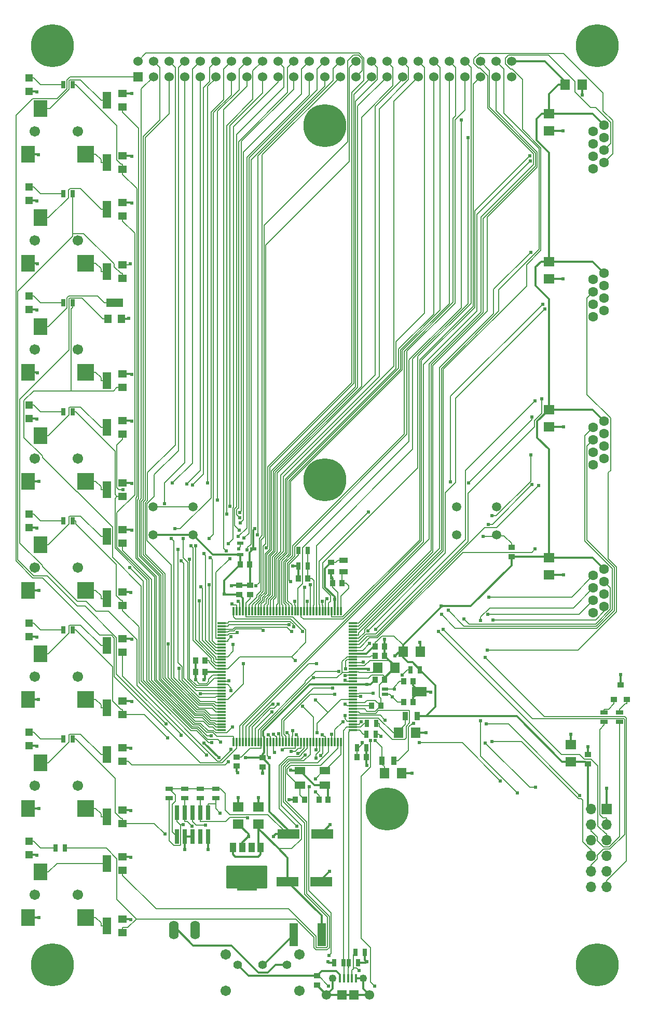
<source format=gtl>
G04 #@! TF.FileFunction,Copper,L1,Top,Mixed*
%FSLAX46Y46*%
G04 Gerber Fmt 4.6, Leading zero omitted, Abs format (unit mm)*
G04 Created by KiCad (PCBNEW 4.0.5) date 04/03/17 14:31:14*
%MOMM*%
%LPD*%
G01*
G04 APERTURE LIST*
%ADD10C,0.150000*%
%ADD11R,1.600200X1.803400*%
%ADD12R,0.899200X1.000800*%
%ADD13R,1.000800X0.899200*%
%ADD14R,1.803400X1.600200*%
%ADD15R,3.599200X1.600200*%
%ADD16R,2.209800X2.794000*%
%ADD17R,2.794000X2.794000*%
%ADD18C,1.701800*%
%ADD19R,1.000000X0.900000*%
%ADD20R,1.397000X3.810000*%
%ADD21R,1.397000X0.889000*%
%ADD22R,0.889000X1.397000*%
%ADD23R,1.500000X1.550000*%
%ADD24C,1.550000*%
%ADD25R,0.400000X1.350000*%
%ADD26C,1.250000*%
%ADD27O,1.574800X3.048000*%
%ADD28O,1.600200X3.048000*%
%ADD29C,1.600000*%
%ADD30R,0.760000X2.400000*%
%ADD31R,1.400000X1.200000*%
%ADD32R,1.400000X2.800000*%
%ADD33R,1.200000X1.400000*%
%ADD34R,2.800000X1.400000*%
%ADD35R,1.143000X0.635000*%
%ADD36R,0.635000X1.143000*%
%ADD37C,1.500000*%
%ADD38C,1.706880*%
%ADD39C,1.400000*%
%ADD40R,3.300000X1.500000*%
%ADD41R,1.000000X1.500000*%
%ADD42R,1.000800X0.599400*%
%ADD43R,0.300000X1.450000*%
%ADD44R,1.450000X0.300000*%
%ADD45C,7.000000*%
%ADD46R,1.803400X1.193800*%
%ADD47R,2.400000X1.500000*%
%ADD48R,1.100000X0.600000*%
%ADD49R,1.200000X1.200000*%
%ADD50C,7.000240*%
%ADD51R,1.524000X1.524000*%
%ADD52C,1.524000*%
%ADD53R,1.700000X1.700000*%
%ADD54O,1.700000X1.700000*%
%ADD55C,0.609600*%
%ADD56C,0.152400*%
%ADD57C,0.304800*%
G04 APERTURE END LIST*
D10*
D11*
X87617300Y-133147000D03*
X84823300Y-133147000D03*
X91821000Y-130556000D03*
X89027000Y-130556000D03*
D12*
X56631800Y-133858000D03*
X55128200Y-133858000D03*
D13*
X74930000Y-183398200D03*
X74930000Y-184901800D03*
D14*
X62103000Y-158623000D03*
X62103000Y-155829000D03*
D15*
X70274200Y-160274000D03*
X75775800Y-160274000D03*
X70147200Y-168021000D03*
X75648800Y-168021000D03*
D13*
X62242700Y-119758200D03*
X62242700Y-121261800D03*
D14*
X65405000Y-158623000D03*
X65405000Y-155829000D03*
D12*
X62443400Y-116357000D03*
X63947000Y-116357000D03*
D13*
X66040000Y-147838200D03*
X66040000Y-149341800D03*
D12*
X71892200Y-118618000D03*
X73395800Y-118618000D03*
D13*
X77254100Y-116012200D03*
X77254100Y-117515800D03*
D12*
X72887800Y-154686000D03*
X71384200Y-154686000D03*
X78983800Y-119380000D03*
X77480200Y-119380000D03*
X75270400Y-154661000D03*
X76774000Y-154661000D03*
X85968800Y-129667000D03*
X84465200Y-129667000D03*
X81493400Y-147726000D03*
X82997000Y-147726000D03*
X84465200Y-135128000D03*
X85968800Y-135128000D03*
D13*
X61849000Y-149214800D03*
X61849000Y-147711200D03*
X119126000Y-148833800D03*
X119126000Y-147330200D03*
D12*
X90642400Y-135369000D03*
X89138800Y-135369000D03*
X90642400Y-138773000D03*
X89138800Y-138773000D03*
D11*
X85928200Y-150393000D03*
X88722200Y-150393000D03*
D13*
X106680000Y-113548200D03*
X106680000Y-115051800D03*
D14*
X112776000Y-45593000D03*
X112776000Y-42799000D03*
X112776000Y-117983000D03*
X112776000Y-115189000D03*
X112776000Y-69723000D03*
X112776000Y-66929000D03*
D11*
X118237000Y-38100000D03*
X115443000Y-38100000D03*
D14*
X116332000Y-148463000D03*
X116332000Y-145669000D03*
X112776000Y-93853000D03*
X112776000Y-91059000D03*
D12*
X56631800Y-131953000D03*
X55128200Y-131953000D03*
D13*
X64020700Y-121261800D03*
X64020700Y-119758200D03*
D12*
X85968800Y-131191000D03*
X84465200Y-131191000D03*
X85333800Y-139357000D03*
X83830200Y-139357000D03*
D11*
X88265000Y-143764000D03*
X91059000Y-143764000D03*
D16*
X29794200Y-42011600D03*
D17*
X37185600Y-49428400D03*
D16*
X27787600Y-49428400D03*
D18*
X35915600Y-45720000D03*
X28905200Y-45720000D03*
D16*
X29794200Y-59791600D03*
D17*
X37185600Y-67208400D03*
D16*
X27787600Y-67208400D03*
D18*
X35915600Y-63500000D03*
X28905200Y-63500000D03*
D16*
X29794200Y-77571600D03*
D17*
X37185600Y-84988400D03*
D16*
X27787600Y-84988400D03*
D18*
X35915600Y-81280000D03*
X28905200Y-81280000D03*
D16*
X29794200Y-95351600D03*
D17*
X37185600Y-102768400D03*
D16*
X27787600Y-102768400D03*
D18*
X35915600Y-99060000D03*
X28905200Y-99060000D03*
D16*
X29794200Y-113131600D03*
D17*
X37185600Y-120548400D03*
D16*
X27787600Y-120548400D03*
D18*
X35915600Y-116840000D03*
X28905200Y-116840000D03*
D16*
X29794200Y-130911600D03*
D17*
X37185600Y-138328400D03*
D16*
X27787600Y-138328400D03*
D18*
X35915600Y-134620000D03*
X28905200Y-134620000D03*
D16*
X29794200Y-148691600D03*
D17*
X37185600Y-156108400D03*
D16*
X27787600Y-156108400D03*
D18*
X35915600Y-152400000D03*
X28905200Y-152400000D03*
D16*
X29794200Y-166471600D03*
D17*
X37185600Y-173888400D03*
D16*
X27787600Y-173888400D03*
D18*
X35915600Y-170180000D03*
X28905200Y-170180000D03*
D19*
X123410000Y-138360000D03*
X125510000Y-138360000D03*
X124460000Y-135960000D03*
D20*
X75717400Y-176682000D03*
X71145400Y-176682000D03*
D21*
X79248000Y-117538500D03*
X79248000Y-115633500D03*
D22*
X85572600Y-148336000D03*
X87477600Y-148336000D03*
X89369900Y-141059000D03*
X91274900Y-141059000D03*
D23*
X81010000Y-186510000D03*
X79010000Y-186510000D03*
D24*
X76510000Y-186510000D03*
D25*
X79360000Y-183835000D03*
X78710000Y-183835000D03*
X80010000Y-183835000D03*
X80660000Y-183835000D03*
X81310000Y-183835000D03*
D26*
X82510000Y-183835000D03*
X77510000Y-183835000D03*
D24*
X83510000Y-186510000D03*
D27*
X55090000Y-175895000D03*
D28*
X51590000Y-175895000D03*
D29*
X121800000Y-48760000D03*
X121800000Y-46730000D03*
X120020000Y-49790000D03*
X120020000Y-47760000D03*
X120020000Y-51820000D03*
X121800000Y-50790000D03*
X120020000Y-45730000D03*
X121800000Y-44700000D03*
X121800000Y-97020000D03*
X121800000Y-94990000D03*
X120020000Y-98050000D03*
X120020000Y-96020000D03*
X120020000Y-100080000D03*
X121800000Y-99050000D03*
X120020000Y-93990000D03*
X121800000Y-92960000D03*
X121800000Y-121150000D03*
X121800000Y-119120000D03*
X120020000Y-122180000D03*
X120020000Y-120150000D03*
X120020000Y-124210000D03*
X121800000Y-123180000D03*
X120020000Y-118120000D03*
X121800000Y-117090000D03*
D30*
X52070000Y-160700000D03*
X52070000Y-156800000D03*
X53340000Y-160700000D03*
X53340000Y-156800000D03*
X54610000Y-160700000D03*
X54610000Y-156800000D03*
X55880000Y-160700000D03*
X55880000Y-156800000D03*
X57150000Y-160700000D03*
X57150000Y-156800000D03*
D31*
X43240000Y-51900000D03*
X43240000Y-49700000D03*
D32*
X40640000Y-50800000D03*
D31*
X43240000Y-69680000D03*
X43240000Y-67480000D03*
D32*
X40640000Y-68580000D03*
D31*
X43240000Y-87460000D03*
X43240000Y-85260000D03*
D32*
X40640000Y-86360000D03*
D31*
X43240000Y-105240000D03*
X43240000Y-103040000D03*
D32*
X40640000Y-104140000D03*
D31*
X43240000Y-123020000D03*
X43240000Y-120820000D03*
D32*
X40640000Y-121920000D03*
D31*
X43240000Y-140800000D03*
X43240000Y-138600000D03*
D32*
X40640000Y-139700000D03*
D31*
X43240000Y-158580000D03*
X43240000Y-156380000D03*
D32*
X40640000Y-157480000D03*
D31*
X43240000Y-176360000D03*
X43240000Y-174160000D03*
D32*
X40640000Y-175260000D03*
D31*
X43240000Y-41740000D03*
X43240000Y-39540000D03*
D32*
X40640000Y-40640000D03*
D31*
X43240000Y-59520000D03*
X43240000Y-57320000D03*
D32*
X40640000Y-58420000D03*
D33*
X40810000Y-76260000D03*
X43010000Y-76260000D03*
D34*
X41910000Y-73660000D03*
D31*
X43240000Y-95080000D03*
X43240000Y-92880000D03*
D32*
X40640000Y-93980000D03*
D31*
X43240000Y-112860000D03*
X43240000Y-110660000D03*
D32*
X40640000Y-111760000D03*
D31*
X43240000Y-130640000D03*
X43240000Y-128440000D03*
D32*
X40640000Y-129540000D03*
D31*
X43240000Y-148420000D03*
X43240000Y-146220000D03*
D32*
X40640000Y-147320000D03*
D31*
X43240000Y-166200000D03*
X43240000Y-164000000D03*
D32*
X40640000Y-165100000D03*
D35*
X50800000Y-152908000D03*
X50800000Y-154432000D03*
X53340000Y-152908000D03*
X53340000Y-154432000D03*
X55880000Y-152908000D03*
X55880000Y-154432000D03*
X58420000Y-152908000D03*
X58420000Y-154432000D03*
D36*
X73406000Y-116586000D03*
X71882000Y-116586000D03*
D35*
X124333000Y-141986000D03*
X124333000Y-140462000D03*
D36*
X91744800Y-133477000D03*
X90220800Y-133477000D03*
X83058000Y-142240000D03*
X84582000Y-142240000D03*
X83007200Y-143980000D03*
X84531200Y-143980000D03*
X81483200Y-146228000D03*
X83007200Y-146228000D03*
X73406000Y-114046000D03*
X71882000Y-114046000D03*
D35*
X121793000Y-141986000D03*
X121793000Y-140462000D03*
D37*
X54685000Y-106970000D03*
X54685000Y-111470000D03*
X48185000Y-111470000D03*
X48185000Y-106970000D03*
D38*
X60040000Y-185880000D03*
X72040000Y-185880000D03*
D39*
X66040000Y-181630000D03*
X70040000Y-181630000D03*
X62040000Y-181630000D03*
D38*
X60040000Y-179880000D03*
X72040000Y-179880000D03*
D37*
X104215000Y-106970000D03*
X104215000Y-111470000D03*
X97715000Y-111470000D03*
X97715000Y-106970000D03*
D40*
X63500000Y-168758000D03*
D41*
X65750000Y-162458000D03*
X64250000Y-162458000D03*
X62750000Y-162458000D03*
X61250000Y-162458000D03*
D42*
X62443400Y-112839500D03*
X64556600Y-113792000D03*
X62443400Y-114744500D03*
D43*
X61353700Y-145320000D03*
X61861700Y-145320000D03*
X62357000Y-145320000D03*
X62852300Y-145320000D03*
X63360300Y-145320000D03*
X63855600Y-145320000D03*
X64350900Y-145320000D03*
X64858900Y-145320000D03*
X65354200Y-145320000D03*
X65849500Y-145320000D03*
X66357500Y-145320000D03*
X66852800Y-145320000D03*
X67348100Y-145320000D03*
X67856100Y-145320000D03*
X68351400Y-145320000D03*
X68846700Y-145320000D03*
X69354700Y-145320000D03*
X69850000Y-145320000D03*
X70358000Y-145320000D03*
X70853300Y-145320000D03*
X71361300Y-145320000D03*
X71856600Y-145320000D03*
X72351900Y-145320000D03*
X72859900Y-145320000D03*
X73355200Y-145320000D03*
X73850500Y-145320000D03*
X74358500Y-145320000D03*
X74853800Y-145320000D03*
X75349100Y-145320000D03*
X75857100Y-145320000D03*
X76352400Y-145320000D03*
X76847700Y-145320000D03*
X77355700Y-145320000D03*
X77851000Y-145320000D03*
X78346300Y-145320000D03*
X78854300Y-145320000D03*
D44*
X80804000Y-128866900D03*
X80804000Y-128371600D03*
X80804000Y-127876300D03*
X80804000Y-127368300D03*
X80804000Y-126873000D03*
X80804000Y-126377700D03*
X80804000Y-125869700D03*
X59404000Y-128371600D03*
X59404000Y-128866900D03*
X59404000Y-129374900D03*
X59404000Y-129870200D03*
X59404000Y-130365500D03*
X59404000Y-130873500D03*
X59404000Y-131368800D03*
X59404000Y-131864100D03*
X59404000Y-132372100D03*
X59404000Y-132867400D03*
X59404000Y-133362700D03*
X59404000Y-133870700D03*
X59404000Y-134366000D03*
X59404000Y-134874000D03*
X59404000Y-135369300D03*
X59404000Y-135877300D03*
X59404000Y-136372600D03*
X59404000Y-136867900D03*
X59404000Y-137375900D03*
X59404000Y-137871200D03*
X59404000Y-138366500D03*
X59404000Y-138874500D03*
X59404000Y-139369800D03*
X59404000Y-139865100D03*
X59404000Y-140373100D03*
X59404000Y-140868400D03*
X59404000Y-141363700D03*
X59404000Y-141871700D03*
X59404000Y-142367000D03*
X59404000Y-142862300D03*
X59404000Y-143370300D03*
X80804000Y-143370300D03*
X80804000Y-142862300D03*
X80804000Y-142367000D03*
X80804000Y-141871700D03*
X80804000Y-141363700D03*
X80804000Y-140868400D03*
X80804000Y-140373100D03*
X80804000Y-139865100D03*
X80804000Y-139369800D03*
X80804000Y-138874500D03*
X80804000Y-138366500D03*
X80804000Y-137871200D03*
X80804000Y-137375900D03*
X80804000Y-136867900D03*
X80804000Y-136372600D03*
X80804000Y-135877300D03*
X80804000Y-135369300D03*
X80804000Y-134874000D03*
X80804000Y-134366000D03*
X80804000Y-133870700D03*
X80804000Y-133362700D03*
X80804000Y-132867400D03*
X80804000Y-132372100D03*
X80804000Y-131864100D03*
X80804000Y-131368800D03*
X80804000Y-130873500D03*
X80804000Y-130365500D03*
X80804000Y-129870200D03*
X80804000Y-129374900D03*
D43*
X76352400Y-123920000D03*
X75857100Y-123920000D03*
X75349100Y-123920000D03*
X74853800Y-123920000D03*
X74358500Y-123920000D03*
X73850500Y-123920000D03*
X73355200Y-123920000D03*
X72859900Y-123920000D03*
X72351900Y-123920000D03*
X71856600Y-123920000D03*
X71361300Y-123920000D03*
X70853300Y-123920000D03*
X70358000Y-123920000D03*
X69850000Y-123920000D03*
X69354700Y-123920000D03*
X68846700Y-123920000D03*
X68351400Y-123920000D03*
X67856100Y-123920000D03*
X67348100Y-123920000D03*
X66852800Y-123920000D03*
X66357500Y-123920000D03*
X65849500Y-123920000D03*
X65354200Y-123920000D03*
X64858900Y-123920000D03*
X64350900Y-123920000D03*
X63855600Y-123920000D03*
X63360300Y-123920000D03*
X62852300Y-123920000D03*
X62357000Y-123920000D03*
X61861700Y-123920000D03*
X61353700Y-123920000D03*
X78854300Y-123920000D03*
X78346300Y-123920000D03*
X77851000Y-123920000D03*
X77355700Y-123920000D03*
X76847700Y-123920000D03*
D44*
X59404000Y-125869700D03*
X59404000Y-126377700D03*
X59404000Y-126873000D03*
X59404000Y-127368300D03*
X59404000Y-127876300D03*
D36*
X80137000Y-181229000D03*
X81661000Y-181229000D03*
X79248000Y-181229000D03*
X77724000Y-181229000D03*
X81254600Y-179616000D03*
X82778600Y-179616000D03*
D45*
X31750000Y-31750000D03*
X120650000Y-31750000D03*
X31750000Y-181610000D03*
D46*
X72136000Y-152323800D03*
X76200000Y-152323800D03*
X76200000Y-149936200D03*
X72136000Y-149936200D03*
D47*
X91616700Y-137071000D03*
D48*
X86066700Y-137521000D03*
X86066700Y-136621000D03*
D49*
X27940000Y-37000000D03*
X27940000Y-39200000D03*
X27940000Y-54780000D03*
X27940000Y-56980000D03*
X27940000Y-72560000D03*
X27940000Y-74760000D03*
X27940000Y-90340000D03*
X27940000Y-92540000D03*
X27940000Y-108120000D03*
X27940000Y-110320000D03*
X27940000Y-125900000D03*
X27940000Y-128100000D03*
X27940000Y-143680000D03*
X27940000Y-145880000D03*
X27940000Y-161460000D03*
X27940000Y-163660000D03*
D36*
X35052000Y-38100000D03*
X33528000Y-38100000D03*
X35052000Y-55880000D03*
X33528000Y-55880000D03*
X35052000Y-73660000D03*
X33528000Y-73660000D03*
X35052000Y-91440000D03*
X33528000Y-91440000D03*
X35052000Y-109220000D03*
X33528000Y-109220000D03*
X35052000Y-127000000D03*
X33528000Y-127000000D03*
X35052000Y-144780000D03*
X33528000Y-144780000D03*
X33782000Y-162560000D03*
X32258000Y-162560000D03*
D45*
X120650000Y-181610000D03*
D50*
X76200000Y-44760000D03*
X76200000Y-102560000D03*
D29*
X121800000Y-72890000D03*
X121800000Y-70860000D03*
X120020000Y-73920000D03*
X120020000Y-71890000D03*
X120020000Y-75950000D03*
X121800000Y-74920000D03*
X120020000Y-69860000D03*
X121800000Y-68830000D03*
D51*
X45720000Y-36830000D03*
D52*
X45720000Y-34290000D03*
X48260000Y-36830000D03*
X48260000Y-34290000D03*
X50800000Y-36830000D03*
X50800000Y-34290000D03*
X53340000Y-36830000D03*
X53340000Y-34290000D03*
X55880000Y-36830000D03*
X55880000Y-34290000D03*
X58420000Y-36830000D03*
X58420000Y-34290000D03*
X60960000Y-36830000D03*
X60960000Y-34290000D03*
X63500000Y-36830000D03*
X63500000Y-34290000D03*
X66040000Y-36830000D03*
X66040000Y-34290000D03*
X68580000Y-36830000D03*
X68580000Y-34290000D03*
X71120000Y-36830000D03*
X71120000Y-34290000D03*
X73660000Y-36830000D03*
X73660000Y-34290000D03*
X76200000Y-36830000D03*
X76200000Y-34290000D03*
X78740000Y-36830000D03*
X78740000Y-34290000D03*
X81280000Y-36830000D03*
X81280000Y-34290000D03*
X83820000Y-36830000D03*
X83820000Y-34290000D03*
X86360000Y-36830000D03*
X86360000Y-34290000D03*
X88900000Y-36830000D03*
X88900000Y-34290000D03*
X91440000Y-36830000D03*
X91440000Y-34290000D03*
X93980000Y-36830000D03*
X93980000Y-34290000D03*
X96520000Y-36830000D03*
X96520000Y-34290000D03*
X99060000Y-36830000D03*
X99060000Y-34290000D03*
X101600000Y-36830000D03*
X101600000Y-34290000D03*
X104140000Y-36830000D03*
X104140000Y-34290000D03*
X106680000Y-36830000D03*
X106680000Y-34290000D03*
D53*
X122174000Y-156210000D03*
D54*
X119634000Y-156210000D03*
X122174000Y-158750000D03*
X119634000Y-158750000D03*
X122174000Y-161290000D03*
X119634000Y-161290000D03*
X122174000Y-163830000D03*
X119634000Y-163830000D03*
X122174000Y-166370000D03*
X119634000Y-166370000D03*
X122174000Y-168910000D03*
X119634000Y-168910000D03*
D45*
X86360000Y-156210000D03*
D55*
X50040600Y-106408800D03*
X50645400Y-129285000D03*
X53675100Y-103176500D03*
X51143600Y-112105000D03*
X51354600Y-103071500D03*
X52399600Y-133258300D03*
X57116800Y-103075800D03*
X62948600Y-132538900D03*
X54611000Y-103382700D03*
X52249300Y-113891600D03*
X57313300Y-112136300D03*
X55893300Y-137413400D03*
X51742600Y-110505500D03*
X52787700Y-115723700D03*
X60125300Y-114133500D03*
X60586800Y-135321000D03*
X58728500Y-105828900D03*
X54155000Y-115524400D03*
X60753900Y-106841500D03*
X54348500Y-113288700D03*
X60242100Y-108156400D03*
X55126000Y-113272500D03*
X60489700Y-112947600D03*
X55732100Y-122253400D03*
X62265400Y-110717400D03*
X61231800Y-129331100D03*
X62362800Y-107868400D03*
X55976100Y-119953300D03*
X62362800Y-108700100D03*
X56477800Y-114585100D03*
X62115300Y-111771900D03*
X57316700Y-119625800D03*
X62397900Y-109528100D03*
X57547700Y-115207400D03*
X63533700Y-113940400D03*
X60931300Y-128112400D03*
X63048500Y-112052000D03*
X60716000Y-115369500D03*
X65006900Y-119816200D03*
X61926100Y-127404500D03*
X65228800Y-111526000D03*
X66153600Y-127108500D03*
X66687300Y-113627100D03*
X72623600Y-139486100D03*
X66989400Y-144104600D03*
X50292800Y-142306700D03*
X68010000Y-146970600D03*
X56961800Y-147430600D03*
X67820300Y-143994300D03*
X57732300Y-145363600D03*
X68655300Y-143914200D03*
X59245900Y-145262200D03*
X44408000Y-116843900D03*
X43293900Y-104152600D03*
X70069600Y-143789200D03*
X57705700Y-144248700D03*
X70942200Y-143382800D03*
X61144700Y-142854600D03*
X69308900Y-146565900D03*
X60881800Y-146436800D03*
X71599500Y-144134900D03*
X52774300Y-144210800D03*
X50604400Y-144640000D03*
X70749100Y-146828300D03*
X71847000Y-147129300D03*
X60468100Y-148521400D03*
X71681900Y-158990400D03*
X50126900Y-160315300D03*
X61052000Y-122735200D03*
X62148900Y-113780500D03*
X74795600Y-146555200D03*
X54518800Y-158974400D03*
X74792400Y-147888500D03*
X63614700Y-157634600D03*
X75540600Y-147457400D03*
X56739100Y-158848200D03*
X75794000Y-144134900D03*
X53103100Y-158747500D03*
X99568000Y-46736000D03*
X109736700Y-50546600D03*
X98462200Y-43864300D03*
X109712900Y-49660500D03*
X111759600Y-73904300D03*
X96737700Y-102863100D03*
X83303800Y-107793300D03*
X111605600Y-89357400D03*
X77798200Y-137484600D03*
X83273600Y-127136200D03*
X112098400Y-74696500D03*
X109808600Y-65456600D03*
X78497700Y-133739200D03*
X102746000Y-130293400D03*
X77491700Y-136513400D03*
X110547200Y-89661000D03*
X84531800Y-126914800D03*
X75805900Y-122334600D03*
X96350600Y-123811600D03*
X73885200Y-119634700D03*
X99699700Y-103013600D03*
X109969300Y-92286400D03*
X73333900Y-122336600D03*
X95268800Y-124482200D03*
X72934000Y-120069500D03*
X103520800Y-108396200D03*
X109801000Y-98443700D03*
X71325900Y-122313000D03*
X102881300Y-109785200D03*
X110033000Y-103316200D03*
X111096500Y-103492400D03*
X76564100Y-121948400D03*
X102996500Y-121645200D03*
X70837300Y-127269400D03*
X103644600Y-125357500D03*
X110547200Y-113803500D03*
X72561300Y-127224000D03*
X101632400Y-125484100D03*
X71154100Y-126508000D03*
X98924400Y-125188600D03*
X70399200Y-126184800D03*
X102839100Y-124453800D03*
X102010100Y-111798300D03*
X74962000Y-143721700D03*
X59144000Y-156863800D03*
X74724000Y-138428400D03*
X60933100Y-136921800D03*
X73651400Y-152584100D03*
X76945900Y-180085100D03*
X81788000Y-182499000D03*
X82169000Y-141986000D03*
X83693000Y-145034000D03*
X76835000Y-185039000D03*
X84328000Y-185039000D03*
X74362800Y-134824700D03*
X79561000Y-139088600D03*
X90682500Y-142216900D03*
X71430100Y-132019100D03*
X79163900Y-141995600D03*
X84477300Y-145018200D03*
X63246000Y-147828000D03*
X58928000Y-147828000D03*
X56515000Y-145415000D03*
X83058000Y-135890000D03*
X59817000Y-121158000D03*
X56515000Y-135128000D03*
X83312000Y-133414000D03*
X87693500Y-131254000D03*
X67818000Y-160655000D03*
X63754000Y-160655000D03*
X95173200Y-123071600D03*
X77811300Y-122017000D03*
X73007900Y-147379600D03*
X70653700Y-119160000D03*
X122174000Y-152781000D03*
X44450000Y-67310000D03*
X64770000Y-110490000D03*
X116332000Y-144018000D03*
X119126000Y-146050000D03*
X124460000Y-134239000D03*
X115189000Y-117983000D03*
X115189000Y-93853000D03*
X115062000Y-69723000D03*
X115062000Y-45593000D03*
X118237000Y-39751000D03*
X66040000Y-150368000D03*
X67183000Y-147828000D03*
X55118000Y-135128000D03*
X60960000Y-119761000D03*
X62103000Y-122301000D03*
X85979000Y-128524000D03*
X60833000Y-166751000D03*
X61722000Y-166751000D03*
X62611000Y-166751000D03*
X63500000Y-166751000D03*
X64389000Y-166751000D03*
X65278000Y-166751000D03*
X66167000Y-166751000D03*
X65405000Y-154305000D03*
X62103000Y-154305000D03*
X77089000Y-158750000D03*
X76962000Y-166370000D03*
X44704000Y-39497000D03*
X44704000Y-49784000D03*
X44704000Y-57404000D03*
X44577000Y-164084000D03*
X29591000Y-173863000D03*
X29210000Y-163703000D03*
X29591000Y-156083000D03*
X29210000Y-145923000D03*
X29464000Y-138303000D03*
X29210000Y-128143000D03*
X29591000Y-120523000D03*
X29210000Y-110363000D03*
X29591000Y-102743000D03*
X29210000Y-92583000D03*
X29210000Y-74803000D03*
X29210000Y-57023000D03*
X29210000Y-39243000D03*
X77343000Y-118491000D03*
X70993000Y-116586000D03*
X77343000Y-144018000D03*
X57150000Y-162814000D03*
X53340000Y-162814000D03*
X61976000Y-150241000D03*
X92710000Y-143764000D03*
X93472000Y-137160000D03*
X91694000Y-129032000D03*
X70358000Y-154686000D03*
X70612000Y-149860000D03*
X83058000Y-149098000D03*
X90424000Y-150368000D03*
X44577000Y-174244000D03*
X44577000Y-156464000D03*
X44577000Y-146304000D03*
X44704000Y-138684000D03*
X44704000Y-128524000D03*
X44577000Y-120904000D03*
X44704000Y-110744000D03*
X44704000Y-103124000D03*
X44704000Y-92964000D03*
X44704000Y-85344000D03*
X29337000Y-85090000D03*
X29337000Y-67310000D03*
X44196000Y-76200000D03*
X29464000Y-49530000D03*
X76708000Y-181102000D03*
X83058000Y-181102000D03*
X74676000Y-151257000D03*
X74676000Y-153416000D03*
X82290400Y-145364600D03*
X79494800Y-141011400D03*
X87535800Y-136612800D03*
X84077000Y-137306500D03*
X87252200Y-137951200D03*
X82040400Y-137860700D03*
X79557800Y-135242700D03*
X88853500Y-134337400D03*
X86072200Y-141702100D03*
X85340200Y-144328800D03*
X53098700Y-112099300D03*
X95565400Y-126907200D03*
X74896700Y-132491500D03*
X110634700Y-152631300D03*
X102423600Y-145417900D03*
X67748400Y-139131000D03*
X68582700Y-139141300D03*
X103517600Y-145194300D03*
X104882000Y-151605500D03*
X91601100Y-145410100D03*
X67569200Y-140349900D03*
X117836400Y-153981700D03*
X102540400Y-142333200D03*
X79603400Y-133388500D03*
X94733800Y-127263300D03*
X83543700Y-129207300D03*
X102427900Y-131513400D03*
X82473200Y-132239900D03*
X107652100Y-153620800D03*
X101626700Y-141849500D03*
X79565200Y-134456000D03*
D56*
X59404000Y-142367000D02*
X58450100Y-142367000D01*
X58225200Y-142142100D02*
X58450100Y-142367000D01*
X57494500Y-142142100D02*
X58225200Y-142142100D01*
X56333700Y-140981300D02*
X57494500Y-142142100D01*
X55036800Y-140981300D02*
X56333700Y-140981300D01*
X49196300Y-135140800D02*
X55036800Y-140981300D01*
X49196300Y-118208000D02*
X49196300Y-135140800D01*
X45984000Y-114995700D02*
X49196300Y-118208000D01*
X45984000Y-105928300D02*
X45984000Y-114995700D01*
X46295400Y-105616900D02*
X45984000Y-105928300D01*
X46295400Y-38794600D02*
X46295400Y-105616900D01*
X48260000Y-36830000D02*
X46295400Y-38794600D01*
X59404000Y-141871700D02*
X58450100Y-141871700D01*
X58415400Y-141837000D02*
X58450100Y-141871700D01*
X57621000Y-141837000D02*
X58415400Y-141837000D01*
X56460200Y-140676200D02*
X57621000Y-141837000D01*
X55163300Y-140676200D02*
X56460200Y-140676200D01*
X49501400Y-135014300D02*
X55163300Y-140676200D01*
X49501400Y-118081500D02*
X49501400Y-135014300D01*
X46289100Y-114869200D02*
X49501400Y-118081500D01*
X46289100Y-106054800D02*
X46289100Y-114869200D01*
X46600500Y-105743400D02*
X46289100Y-106054800D01*
X46600500Y-46576900D02*
X46600500Y-105743400D01*
X49292000Y-43885400D02*
X46600500Y-46576900D01*
X49292000Y-35322000D02*
X49292000Y-43885400D01*
X48260000Y-34290000D02*
X49292000Y-35322000D01*
X57579300Y-141363700D02*
X59404000Y-141363700D01*
X56586700Y-140371100D02*
X57579300Y-141363700D01*
X55289800Y-140371100D02*
X56586700Y-140371100D01*
X49806500Y-134887800D02*
X55289800Y-140371100D01*
X49806500Y-117955000D02*
X49806500Y-134887800D01*
X46594200Y-114742700D02*
X49806500Y-117955000D01*
X46594200Y-106181300D02*
X46594200Y-114742700D01*
X46905600Y-105869900D02*
X46594200Y-106181300D01*
X46905600Y-46703300D02*
X46905600Y-105869900D01*
X50800000Y-42808900D02*
X46905600Y-46703300D01*
X50800000Y-36830000D02*
X50800000Y-42808900D01*
X57515600Y-140868400D02*
X59404000Y-140868400D01*
X56713200Y-140066000D02*
X57515600Y-140868400D01*
X55416300Y-140066000D02*
X56713200Y-140066000D01*
X50111600Y-134761300D02*
X55416300Y-140066000D01*
X50111600Y-117828500D02*
X50111600Y-134761300D01*
X46899300Y-114616200D02*
X50111600Y-117828500D01*
X46899300Y-106307900D02*
X46899300Y-114616200D01*
X47274100Y-105933100D02*
X46899300Y-106307900D01*
X47274100Y-101387200D02*
X47274100Y-105933100D01*
X51841500Y-96819800D02*
X47274100Y-101387200D01*
X51841500Y-35331500D02*
X51841500Y-96819800D01*
X50800000Y-34290000D02*
X51841500Y-35331500D01*
X59404000Y-140373100D02*
X58450100Y-140373100D01*
X50040600Y-103022600D02*
X50040600Y-106408800D01*
X53340000Y-99723200D02*
X50040600Y-103022600D01*
X53340000Y-36830000D02*
X53340000Y-99723200D01*
X57837900Y-139760900D02*
X58450100Y-140373100D01*
X55620100Y-139760900D02*
X57837900Y-139760900D01*
X50645400Y-134786200D02*
X55620100Y-139760900D01*
X50645400Y-129285000D02*
X50645400Y-134786200D01*
X57888200Y-139303200D02*
X58450100Y-139865100D01*
X55626900Y-139303200D02*
X57888200Y-139303200D01*
X51179200Y-134855500D02*
X55626900Y-139303200D01*
X51179200Y-116423700D02*
X51179200Y-134855500D01*
X47204500Y-112449000D02*
X51179200Y-116423700D01*
X47204500Y-106434400D02*
X47204500Y-112449000D01*
X48391100Y-105247800D02*
X47204500Y-106434400D01*
X48391100Y-101707700D02*
X48391100Y-105247800D01*
X52349000Y-97749800D02*
X48391100Y-101707700D01*
X52349000Y-35281000D02*
X52349000Y-97749800D01*
X53340000Y-34290000D02*
X52349000Y-35281000D01*
X59404000Y-139865100D02*
X58450100Y-139865100D01*
X59404000Y-139369800D02*
X58450100Y-139369800D01*
X55880000Y-100971600D02*
X53675100Y-103176500D01*
X55880000Y-36830000D02*
X55880000Y-100971600D01*
X51560700Y-112522100D02*
X51143600Y-112105000D01*
X51560800Y-112522100D02*
X51560700Y-112522100D01*
X51560800Y-134772600D02*
X51560800Y-112522100D01*
X55786300Y-138998100D02*
X51560800Y-134772600D01*
X58078400Y-138998100D02*
X55786300Y-138998100D01*
X58450100Y-139369800D02*
X58078400Y-138998100D01*
X54610100Y-99816000D02*
X51354600Y-103071500D01*
X54610100Y-35559900D02*
X54610100Y-99816000D01*
X55880000Y-34290000D02*
X54610100Y-35559900D01*
X59404000Y-138874500D02*
X58450100Y-138874500D01*
X52399600Y-135151500D02*
X52399600Y-133258300D01*
X55941100Y-138693000D02*
X52399600Y-135151500D01*
X58268600Y-138693000D02*
X55941100Y-138693000D01*
X58450100Y-138874500D02*
X58268600Y-138693000D01*
X62948600Y-135775800D02*
X60357900Y-138366500D01*
X62948600Y-132538900D02*
X62948600Y-135775800D01*
X59404000Y-138366500D02*
X60357900Y-138366500D01*
X57116800Y-38349200D02*
X57116800Y-103075800D01*
X58420000Y-37046000D02*
X57116800Y-38349200D01*
X58420000Y-36830000D02*
X58420000Y-37046000D01*
X59404000Y-137871200D02*
X58450100Y-137871200D01*
X56435300Y-101558400D02*
X54611000Y-103382700D01*
X56435300Y-38599000D02*
X56435300Y-101558400D01*
X57419900Y-37614400D02*
X56435300Y-38599000D01*
X57419900Y-35290100D02*
X57419900Y-37614400D01*
X58420000Y-34290000D02*
X57419900Y-35290100D01*
X52249300Y-132353200D02*
X52249300Y-113891600D01*
X52933300Y-133037200D02*
X52249300Y-132353200D01*
X52933300Y-135209300D02*
X52933300Y-133037200D01*
X55711500Y-137987500D02*
X52933300Y-135209300D01*
X58333800Y-137987500D02*
X55711500Y-137987500D01*
X58450100Y-137871200D02*
X58333800Y-137987500D01*
X59404000Y-137375900D02*
X58450100Y-137375900D01*
X55930800Y-137375900D02*
X55893300Y-137413400D01*
X58450100Y-137375900D02*
X55930800Y-137375900D01*
X60960000Y-39755300D02*
X60960000Y-36830000D01*
X58017900Y-42697400D02*
X60960000Y-39755300D01*
X58017900Y-111431700D02*
X58017900Y-42697400D01*
X57313300Y-112136300D02*
X58017900Y-111431700D01*
X59404000Y-136867900D02*
X58450100Y-136867900D01*
X59727000Y-35523000D02*
X60960000Y-34290000D01*
X59727000Y-40556600D02*
X59727000Y-35523000D01*
X57670900Y-42612700D02*
X59727000Y-40556600D01*
X57670900Y-105481400D02*
X57670900Y-42612700D01*
X52646800Y-110505500D02*
X57670900Y-105481400D01*
X51742600Y-110505500D02*
X52646800Y-110505500D01*
X53238400Y-116174400D02*
X52787700Y-115723700D01*
X53238400Y-134866800D02*
X53238400Y-116174400D01*
X55239500Y-136867900D02*
X53238400Y-134866800D01*
X58450100Y-136867900D02*
X55239500Y-136867900D01*
X59404000Y-135369300D02*
X60357900Y-135369300D01*
X60538500Y-135369300D02*
X60586800Y-135321000D01*
X60357900Y-135369300D02*
X60538500Y-135369300D01*
X59678100Y-113686300D02*
X60125300Y-114133500D01*
X59678100Y-42201800D02*
X59678100Y-113686300D01*
X63500000Y-38379900D02*
X59678100Y-42201800D01*
X63500000Y-36830000D02*
X63500000Y-38379900D01*
X58728500Y-42418600D02*
X58728500Y-105828900D01*
X62230100Y-38917000D02*
X58728500Y-42418600D01*
X62230100Y-35559900D02*
X62230100Y-38917000D01*
X63500000Y-34290000D02*
X62230100Y-35559900D01*
X54155000Y-134920200D02*
X54155000Y-115524400D01*
X55320200Y-136085400D02*
X54155000Y-134920200D01*
X57024000Y-136085400D02*
X55320200Y-136085400D01*
X58235400Y-134874000D02*
X57024000Y-136085400D01*
X59404000Y-134874000D02*
X58235400Y-134874000D01*
X54688700Y-113628900D02*
X54348500Y-113288700D01*
X54688700Y-128650900D02*
X54688700Y-113628900D01*
X57675300Y-131637500D02*
X54688700Y-128650900D01*
X57675300Y-132092600D02*
X57675300Y-131637500D01*
X58450100Y-132867400D02*
X57675300Y-132092600D01*
X59404000Y-132867400D02*
X58450100Y-132867400D01*
X60754000Y-106841500D02*
X60753900Y-106841500D01*
X60754000Y-44747900D02*
X60754000Y-106841500D01*
X66040000Y-39461900D02*
X60754000Y-44747900D01*
X66040000Y-36830000D02*
X66040000Y-39461900D01*
X59404000Y-132372100D02*
X58450100Y-132372100D01*
X55126000Y-128616200D02*
X55126000Y-113272500D01*
X58145000Y-131635200D02*
X55126000Y-128616200D01*
X58145000Y-132067000D02*
X58145000Y-131635200D01*
X58450100Y-132372100D02*
X58145000Y-132067000D01*
X60220200Y-108134500D02*
X60242100Y-108156400D01*
X60220200Y-44766500D02*
X60220200Y-108134500D01*
X64490900Y-40495800D02*
X60220200Y-44766500D01*
X64490900Y-35839100D02*
X64490900Y-40495800D01*
X66040000Y-34290000D02*
X64490900Y-35839100D01*
X59404000Y-131864100D02*
X58450100Y-131864100D01*
X55732100Y-128790800D02*
X55732100Y-122253400D01*
X58450100Y-131508800D02*
X55732100Y-128790800D01*
X58450100Y-131864100D02*
X58450100Y-131508800D01*
X61218900Y-112218400D02*
X60489700Y-112947600D01*
X61218900Y-107131400D02*
X61218900Y-112218400D01*
X61319000Y-107031300D02*
X61218900Y-107131400D01*
X61319000Y-44962500D02*
X61319000Y-107031300D01*
X68580000Y-37701500D02*
X61319000Y-44962500D01*
X68580000Y-36830000D02*
X68580000Y-37701500D01*
X61231800Y-130494900D02*
X60357900Y-131368800D01*
X61231800Y-129331100D02*
X61231800Y-130494900D01*
X59404000Y-131368800D02*
X60357900Y-131368800D01*
X61524000Y-109976000D02*
X62265400Y-110717400D01*
X61524000Y-107257900D02*
X61524000Y-109976000D01*
X61829000Y-106952900D02*
X61524000Y-107257900D01*
X61829000Y-46229000D02*
X61829000Y-106952900D01*
X69575600Y-38482400D02*
X61829000Y-46229000D01*
X69575600Y-35285600D02*
X69575600Y-38482400D01*
X68580000Y-34290000D02*
X69575600Y-35285600D01*
X56265800Y-128689200D02*
X58450100Y-130873500D01*
X56265800Y-120243000D02*
X56265800Y-128689200D01*
X55976100Y-119953300D02*
X56265800Y-120243000D01*
X59404000Y-130873500D02*
X58450100Y-130873500D01*
X62591500Y-107639700D02*
X62362800Y-107868400D01*
X62591500Y-47349100D02*
X62591500Y-107639700D01*
X71120000Y-38820600D02*
X62591500Y-47349100D01*
X71120000Y-36830000D02*
X71120000Y-38820600D01*
X59404000Y-130365500D02*
X58450100Y-130365500D01*
X56782900Y-114890200D02*
X56477800Y-114585100D01*
X56782900Y-128698300D02*
X56782900Y-114890200D01*
X58450100Y-130365500D02*
X56782900Y-128698300D01*
X61829100Y-108166400D02*
X62362800Y-108700100D01*
X61829100Y-107384400D02*
X61829100Y-108166400D01*
X62134100Y-107079400D02*
X61829100Y-107384400D01*
X62134100Y-47374700D02*
X62134100Y-107079400D01*
X70129000Y-39379800D02*
X62134100Y-47374700D01*
X70129000Y-35281000D02*
X70129000Y-39379800D01*
X71120000Y-34290000D02*
X70129000Y-35281000D01*
X59404000Y-129870200D02*
X58450100Y-129870200D01*
X57316700Y-128736800D02*
X58450100Y-129870200D01*
X57316700Y-119625800D02*
X57316700Y-128736800D01*
X63506800Y-110380400D02*
X62115300Y-111771900D01*
X63506800Y-49938000D02*
X63506800Y-110380400D01*
X73660000Y-39784800D02*
X63506800Y-49938000D01*
X73660000Y-36830000D02*
X73660000Y-39784800D01*
X59404000Y-129374900D02*
X58450100Y-129374900D01*
X57867000Y-128791800D02*
X58450100Y-129374900D01*
X57867000Y-115526700D02*
X57867000Y-128791800D01*
X57547700Y-115207400D02*
X57867000Y-115526700D01*
X62896600Y-109029400D02*
X62397900Y-109528100D01*
X62896600Y-49104800D02*
X62896600Y-109029400D01*
X72390100Y-39611300D02*
X62896600Y-49104800D01*
X72390100Y-35559900D02*
X72390100Y-39611300D01*
X73660000Y-34290000D02*
X72390100Y-35559900D01*
X59404000Y-128866900D02*
X60357900Y-128866900D01*
X76200000Y-38361300D02*
X76200000Y-36830000D01*
X64175200Y-50386100D02*
X76200000Y-38361300D01*
X64175200Y-113022800D02*
X64175200Y-50386100D01*
X63533700Y-113664300D02*
X64175200Y-113022800D01*
X63533700Y-113940400D02*
X63533700Y-113664300D01*
X60357900Y-128685800D02*
X60931300Y-128112400D01*
X60357900Y-128866900D02*
X60357900Y-128685800D01*
X63870000Y-111230500D02*
X63048500Y-112052000D01*
X63870000Y-50006600D02*
X63870000Y-111230500D01*
X74930100Y-38946500D02*
X63870000Y-50006600D01*
X74930100Y-35559900D02*
X74930100Y-38946500D01*
X76200000Y-34290000D02*
X74930100Y-35559900D01*
X59404000Y-128371600D02*
X58450100Y-128371600D01*
X58450100Y-117635400D02*
X60716000Y-115369500D01*
X58450100Y-128371600D02*
X58450100Y-117635400D01*
X65543300Y-119279800D02*
X65006900Y-119816200D01*
X65543300Y-112059800D02*
X65543300Y-119279800D01*
X66001100Y-111602000D02*
X65543300Y-112059800D01*
X66001100Y-49568900D02*
X66001100Y-111602000D01*
X78740000Y-36830000D02*
X66001100Y-49568900D01*
X60374700Y-127876300D02*
X59404000Y-127876300D01*
X60684100Y-127566900D02*
X60374700Y-127876300D01*
X61763700Y-127566900D02*
X60684100Y-127566900D01*
X61926100Y-127404500D02*
X61763700Y-127566900D01*
X77578100Y-35451900D02*
X78740000Y-34290000D01*
X77578100Y-37415000D02*
X77578100Y-35451900D01*
X65329600Y-49663500D02*
X77578100Y-37415000D01*
X65329600Y-111425200D02*
X65329600Y-49663500D01*
X65228800Y-111526000D02*
X65329600Y-111425200D01*
X60434200Y-127368300D02*
X59404000Y-127368300D01*
X60613700Y-127188800D02*
X60434200Y-127368300D01*
X61387100Y-127188800D02*
X60613700Y-127188800D01*
X61705100Y-126870800D02*
X61387100Y-127188800D01*
X65915900Y-126870800D02*
X61705100Y-126870800D01*
X66153600Y-127108500D02*
X65915900Y-126870800D01*
X82299000Y-35811000D02*
X81280000Y-36830000D01*
X82299000Y-33873700D02*
X82299000Y-35811000D01*
X81700500Y-33275200D02*
X82299000Y-33873700D01*
X80851800Y-33275200D02*
X81700500Y-33275200D01*
X79939700Y-34187300D02*
X80851800Y-33275200D01*
X79939700Y-47436300D02*
X79939700Y-34187300D01*
X66306200Y-61069800D02*
X79939700Y-47436300D01*
X66306200Y-111881200D02*
X66306200Y-61069800D01*
X65848500Y-112338900D02*
X66306200Y-111881200D01*
X65848500Y-120648600D02*
X65848500Y-112338900D01*
X65133800Y-121363300D02*
X65848500Y-120648600D01*
X65133800Y-121654700D02*
X65133800Y-121363300D01*
X63855600Y-122932900D02*
X65133800Y-121654700D01*
X63855600Y-123920000D02*
X63855600Y-122932900D01*
X64350900Y-123920000D02*
X64350900Y-122966100D01*
X80244900Y-35325100D02*
X81280000Y-34290000D01*
X80244900Y-50621800D02*
X80244900Y-35325100D01*
X66611300Y-64255400D02*
X80244900Y-50621800D01*
X66611300Y-112948300D02*
X66611300Y-64255400D01*
X66153600Y-113406000D02*
X66611300Y-112948300D01*
X66153600Y-120775100D02*
X66153600Y-113406000D01*
X65438900Y-121489800D02*
X66153600Y-120775100D01*
X65438900Y-121878100D02*
X65438900Y-121489800D01*
X64350900Y-122966100D02*
X65438900Y-121878100D01*
X80954900Y-39695100D02*
X83820000Y-36830000D01*
X80954900Y-86791300D02*
X80954900Y-39695100D01*
X67221500Y-100524700D02*
X80954900Y-86791300D01*
X67221500Y-113873800D02*
X67221500Y-100524700D01*
X66458700Y-114636600D02*
X67221500Y-113873800D01*
X66458700Y-120901600D02*
X66458700Y-114636600D01*
X65744000Y-121616300D02*
X66458700Y-120901600D01*
X65744000Y-122047900D02*
X65744000Y-121616300D01*
X64858900Y-122933000D02*
X65744000Y-122047900D01*
X64858900Y-123920000D02*
X64858900Y-122933000D01*
X84821000Y-35291000D02*
X83820000Y-34290000D01*
X84821000Y-37230600D02*
X84821000Y-35291000D01*
X81260000Y-40791600D02*
X84821000Y-37230600D01*
X81260000Y-87349400D02*
X81260000Y-40791600D01*
X67526600Y-101082800D02*
X81260000Y-87349400D01*
X67526600Y-114000300D02*
X67526600Y-101082800D01*
X66763800Y-114763100D02*
X67526600Y-114000300D01*
X66763800Y-121028100D02*
X66763800Y-114763100D01*
X66049100Y-121742800D02*
X66763800Y-121028100D01*
X66049100Y-122174400D02*
X66049100Y-121742800D01*
X65354200Y-122869300D02*
X66049100Y-122174400D01*
X65354200Y-123920000D02*
X65354200Y-122869300D01*
X81591200Y-41598800D02*
X86360000Y-36830000D01*
X81591200Y-87449800D02*
X81591200Y-41598800D01*
X67831700Y-101209300D02*
X81591200Y-87449800D01*
X67831700Y-114126800D02*
X67831700Y-101209300D01*
X67068900Y-114889600D02*
X67831700Y-114126800D01*
X67068900Y-121154600D02*
X67068900Y-114889600D01*
X66354200Y-121869300D02*
X67068900Y-121154600D01*
X66354200Y-122300900D02*
X66354200Y-121869300D01*
X65849500Y-122805600D02*
X66354200Y-122300900D01*
X65849500Y-123920000D02*
X65849500Y-122805600D01*
X66357500Y-123920000D02*
X66357500Y-122966100D01*
X87361000Y-35291000D02*
X86360000Y-34290000D01*
X87361000Y-38306000D02*
X87361000Y-35291000D01*
X82201400Y-43465600D02*
X87361000Y-38306000D01*
X82201400Y-87271100D02*
X82201400Y-43465600D01*
X68136800Y-101335700D02*
X82201400Y-87271100D01*
X68136800Y-114253300D02*
X68136800Y-101335700D01*
X67374000Y-115016100D02*
X68136800Y-114253300D01*
X67374000Y-121281100D02*
X67374000Y-115016100D01*
X66659300Y-121995800D02*
X67374000Y-121281100D01*
X66659300Y-122664300D02*
X66659300Y-121995800D01*
X66357500Y-122966100D02*
X66659300Y-122664300D01*
X66852800Y-123920000D02*
X66852800Y-122966100D01*
X88900000Y-37198700D02*
X88900000Y-36830000D01*
X84479800Y-41618900D02*
X88900000Y-37198700D01*
X84479800Y-85424500D02*
X84479800Y-41618900D01*
X68441900Y-101462400D02*
X84479800Y-85424500D01*
X68441900Y-114379800D02*
X68441900Y-101462400D01*
X67679100Y-115142600D02*
X68441900Y-114379800D01*
X67679100Y-121407600D02*
X67679100Y-115142600D01*
X66964400Y-122122300D02*
X67679100Y-121407600D01*
X66964400Y-122854500D02*
X66964400Y-122122300D01*
X66852800Y-122966100D02*
X66964400Y-122854500D01*
X67348100Y-123920000D02*
X67348100Y-122966100D01*
X67348100Y-122170200D02*
X67348100Y-122966100D01*
X67984200Y-121534100D02*
X67348100Y-122170200D01*
X67984200Y-115269100D02*
X67984200Y-121534100D01*
X69051700Y-114201600D02*
X67984200Y-115269100D01*
X69051700Y-101759900D02*
X69051700Y-114201600D01*
X85090000Y-85721600D02*
X69051700Y-101759900D01*
X85090000Y-42041600D02*
X85090000Y-85721600D01*
X89901000Y-37230600D02*
X85090000Y-42041600D01*
X89901000Y-35291000D02*
X89901000Y-37230600D01*
X88900000Y-34290000D02*
X89901000Y-35291000D01*
X67856100Y-122093800D02*
X67856100Y-123920000D01*
X68289300Y-121660600D02*
X67856100Y-122093800D01*
X68289300Y-115395600D02*
X68289300Y-121660600D01*
X69448200Y-114236700D02*
X68289300Y-115395600D01*
X69448200Y-102042700D02*
X69448200Y-114236700D01*
X87493300Y-83997600D02*
X69448200Y-102042700D01*
X87493300Y-40776700D02*
X87493300Y-83997600D01*
X91440000Y-36830000D02*
X87493300Y-40776700D01*
X68351400Y-123920000D02*
X68351400Y-122966100D01*
X68594400Y-122723100D02*
X68351400Y-122966100D01*
X68594400Y-115522100D02*
X68594400Y-122723100D01*
X69753300Y-114363200D02*
X68594400Y-115522100D01*
X69753300Y-102416800D02*
X69753300Y-114363200D01*
X87798500Y-84371600D02*
X69753300Y-102416800D01*
X87798500Y-79976400D02*
X87798500Y-84371600D01*
X92458900Y-75316000D02*
X87798500Y-79976400D01*
X92458900Y-35308900D02*
X92458900Y-75316000D01*
X91440000Y-34290000D02*
X92458900Y-35308900D01*
X68846700Y-123920000D02*
X68846700Y-122966100D01*
X68899500Y-122913300D02*
X68846700Y-122966100D01*
X68899500Y-115648600D02*
X68899500Y-122913300D01*
X70058400Y-114489700D02*
X68899500Y-115648600D01*
X70058400Y-102543300D02*
X70058400Y-114489700D01*
X88256100Y-84345600D02*
X70058400Y-102543300D01*
X88256100Y-81208400D02*
X88256100Y-84345600D01*
X93980000Y-75484500D02*
X88256100Y-81208400D01*
X93980000Y-36830000D02*
X93980000Y-75484500D01*
X69354700Y-123920000D02*
X69354700Y-122966100D01*
X69204600Y-122816000D02*
X69354700Y-122966100D01*
X69204600Y-115775100D02*
X69204600Y-122816000D01*
X70363500Y-114616200D02*
X69204600Y-115775100D01*
X70363500Y-102669800D02*
X70363500Y-114616200D01*
X88561200Y-84472100D02*
X70363500Y-102669800D01*
X88561200Y-81334900D02*
X88561200Y-84472100D01*
X95012000Y-74884100D02*
X88561200Y-81334900D01*
X95012000Y-35322000D02*
X95012000Y-74884100D01*
X93980000Y-34290000D02*
X95012000Y-35322000D01*
X69850000Y-123920000D02*
X69850000Y-122966100D01*
X69509700Y-122625800D02*
X69850000Y-122966100D01*
X69509700Y-115901600D02*
X69509700Y-122625800D01*
X70668600Y-114742700D02*
X69509700Y-115901600D01*
X70668600Y-102796300D02*
X70668600Y-114742700D01*
X88866300Y-84598600D02*
X70668600Y-102796300D01*
X88866300Y-81461400D02*
X88866300Y-84598600D01*
X96520000Y-73807700D02*
X88866300Y-81461400D01*
X96520000Y-36830000D02*
X96520000Y-73807700D01*
X70358000Y-123920000D02*
X70358000Y-122966100D01*
X69814800Y-122422900D02*
X70358000Y-122966100D01*
X69814800Y-116028100D02*
X69814800Y-122422900D01*
X70973700Y-114869200D02*
X69814800Y-116028100D01*
X70973700Y-113288800D02*
X70973700Y-114869200D01*
X89171500Y-95091000D02*
X70973700Y-113288800D01*
X89171500Y-81587800D02*
X89171500Y-95091000D01*
X97154200Y-73605100D02*
X89171500Y-81587800D01*
X97154200Y-43569000D02*
X97154200Y-73605100D01*
X97543700Y-43179500D02*
X97154200Y-43569000D01*
X97543700Y-35313700D02*
X97543700Y-43179500D01*
X96520000Y-34290000D02*
X97543700Y-35313700D01*
X70119900Y-122232700D02*
X70853300Y-122966100D01*
X70119900Y-116154600D02*
X70119900Y-122232700D01*
X71278800Y-114995700D02*
X70119900Y-116154600D01*
X71278800Y-113423100D02*
X71278800Y-114995700D01*
X89629000Y-95072900D02*
X71278800Y-113423100D01*
X89629000Y-81561900D02*
X89629000Y-95072900D01*
X97459300Y-73731600D02*
X89629000Y-81561900D01*
X97459300Y-43847900D02*
X97459300Y-73731600D01*
X99060000Y-42247200D02*
X97459300Y-43847900D01*
X99060000Y-36830000D02*
X99060000Y-42247200D01*
X70853300Y-123920000D02*
X70853300Y-122966100D01*
X100103300Y-35333300D02*
X99060000Y-34290000D01*
X100103300Y-73708800D02*
X100103300Y-35333300D01*
X91398100Y-82414000D02*
X100103300Y-73708800D01*
X91398100Y-100559100D02*
X91398100Y-82414000D01*
X75880900Y-116076300D02*
X91398100Y-100559100D01*
X75880900Y-120171800D02*
X75880900Y-116076300D01*
X77127100Y-121418000D02*
X75880900Y-120171800D01*
X77127100Y-122331800D02*
X77127100Y-121418000D01*
X76847700Y-122611200D02*
X77127100Y-122331800D01*
X76847700Y-123920000D02*
X76847700Y-122611200D01*
X74358500Y-141221000D02*
X74358500Y-145320000D01*
X72623600Y-139486100D02*
X74358500Y-141221000D01*
X47039900Y-32970100D02*
X45720000Y-34290000D01*
X81827000Y-32970100D02*
X47039900Y-32970100D01*
X82604100Y-33747200D02*
X81827000Y-32970100D01*
X82604100Y-37413600D02*
X82604100Y-33747200D01*
X80649800Y-39367900D02*
X82604100Y-37413600D01*
X80649800Y-86664800D02*
X80649800Y-39367900D01*
X66916400Y-100398200D02*
X80649800Y-86664800D01*
X66916400Y-113398000D02*
X66916400Y-100398200D01*
X66687300Y-113627100D02*
X66916400Y-113398000D01*
X61861700Y-145320000D02*
X61861700Y-146273900D01*
X59443800Y-148691800D02*
X61861700Y-146273900D01*
X55923000Y-148691800D02*
X59443800Y-148691800D01*
X41874100Y-134642900D02*
X55923000Y-148691800D01*
X41874100Y-128342200D02*
X41874100Y-134642900D01*
X41417800Y-127885900D02*
X41874100Y-128342200D01*
X39521100Y-127885900D02*
X41417800Y-127885900D01*
X30165200Y-118530000D02*
X39521100Y-127885900D01*
X28572500Y-118530000D02*
X30165200Y-118530000D01*
X25811300Y-115768800D02*
X28572500Y-118530000D01*
X25811300Y-43110100D02*
X25811300Y-115768800D01*
X28539000Y-40382400D02*
X25811300Y-43110100D01*
X32541500Y-40382400D02*
X28539000Y-40382400D01*
X34149600Y-38774300D02*
X32541500Y-40382400D01*
X34149600Y-37314300D02*
X34149600Y-38774300D01*
X34633900Y-36830000D02*
X34149600Y-37314300D01*
X45720000Y-36830000D02*
X34633900Y-36830000D01*
X43240000Y-41740000D02*
X43240000Y-42568900D01*
X59404000Y-142862300D02*
X58450100Y-142862300D01*
X58035000Y-142447200D02*
X58450100Y-142862300D01*
X57368000Y-142447200D02*
X58035000Y-142447200D01*
X56207200Y-141286400D02*
X57368000Y-142447200D01*
X54910300Y-141286400D02*
X56207200Y-141286400D01*
X48738600Y-135114700D02*
X54910300Y-141286400D01*
X48738600Y-118261600D02*
X48738600Y-135114700D01*
X45678900Y-115201900D02*
X48738600Y-118261600D01*
X45678900Y-105801800D02*
X45678900Y-115201900D01*
X45866800Y-105613900D02*
X45678900Y-105801800D01*
X45866800Y-45195700D02*
X45866800Y-105613900D01*
X43240000Y-42568900D02*
X45866800Y-45195700D01*
X35052000Y-38100000D02*
X35598400Y-38100000D01*
X43240000Y-51900000D02*
X43240000Y-51071100D01*
X42980900Y-51071100D02*
X43240000Y-51071100D01*
X42303700Y-50393900D02*
X42980900Y-51071100D01*
X42303700Y-44805300D02*
X42303700Y-50393900D01*
X35598400Y-38100000D02*
X42303700Y-44805300D01*
X43240000Y-51900000D02*
X43240000Y-52728900D01*
X58445400Y-143370300D02*
X59404000Y-143370300D01*
X57940800Y-142865700D02*
X58445400Y-143370300D01*
X57354900Y-142865700D02*
X57940800Y-142865700D01*
X56385800Y-141896600D02*
X57354900Y-142865700D01*
X55088900Y-141896600D02*
X56385800Y-141896600D01*
X48422100Y-135229800D02*
X55088900Y-141896600D01*
X48422100Y-118376600D02*
X48422100Y-135229800D01*
X45368200Y-115322700D02*
X48422100Y-118376600D01*
X45368200Y-105465000D02*
X45368200Y-115322700D01*
X45560300Y-105272900D02*
X45368200Y-105465000D01*
X45560300Y-55049200D02*
X45560300Y-105272900D01*
X43240000Y-52728900D02*
X45560300Y-55049200D01*
X43240000Y-59520000D02*
X43240000Y-60348900D01*
X61353700Y-145320000D02*
X61353700Y-144366100D01*
X58578000Y-144366100D02*
X61353700Y-144366100D01*
X57926900Y-143715000D02*
X58578000Y-144366100D01*
X56909400Y-143715000D02*
X57926900Y-143715000D01*
X55701200Y-142506800D02*
X56909400Y-143715000D01*
X54802200Y-142506800D02*
X55701200Y-142506800D01*
X47518400Y-135223000D02*
X54802200Y-142506800D01*
X47518400Y-118767800D02*
X47518400Y-135223000D01*
X42287500Y-113536900D02*
X47518400Y-118767800D01*
X42287500Y-107898400D02*
X42287500Y-113536900D01*
X45241700Y-104944200D02*
X42287500Y-107898400D01*
X45241700Y-62350600D02*
X45241700Y-104944200D01*
X43240000Y-60348900D02*
X45241700Y-62350600D01*
X67250900Y-144366100D02*
X66989400Y-144104600D01*
X67348100Y-144366100D02*
X67250900Y-144366100D01*
X67348100Y-145320000D02*
X67348100Y-144366100D01*
X43240000Y-69680000D02*
X43240000Y-68851100D01*
X42929200Y-68851100D02*
X43240000Y-68851100D01*
X41869000Y-67790900D02*
X42929200Y-68851100D01*
X41869000Y-67346300D02*
X41869000Y-67790900D01*
X36899500Y-62376800D02*
X41869000Y-67346300D01*
X35052000Y-62376800D02*
X36899500Y-62376800D01*
X35052000Y-62376800D02*
X35052000Y-55880000D01*
X42200600Y-134214500D02*
X50292800Y-142306700D01*
X42200600Y-128236000D02*
X42200600Y-134214500D01*
X37097500Y-123132900D02*
X42200600Y-128236000D01*
X35819800Y-123132900D02*
X37097500Y-123132900D01*
X30911800Y-118224900D02*
X35819800Y-123132900D01*
X28762600Y-118224900D02*
X30911800Y-118224900D01*
X26116400Y-115578700D02*
X28762600Y-118224900D01*
X26116400Y-71772000D02*
X26116400Y-115578700D01*
X35052000Y-62836400D02*
X26116400Y-71772000D01*
X35052000Y-62376800D02*
X35052000Y-62836400D01*
X40810000Y-76260000D02*
X39981100Y-76260000D01*
X45603600Y-136072400D02*
X56961800Y-147430600D01*
X45603600Y-128623200D02*
X45603600Y-136072400D01*
X40944600Y-123964200D02*
X45603600Y-128623200D01*
X38879900Y-123964200D02*
X40944600Y-123964200D01*
X37286300Y-122370600D02*
X38879900Y-123964200D01*
X35867900Y-122370600D02*
X37286300Y-122370600D01*
X30132400Y-116635100D02*
X35867900Y-122370600D01*
X30132400Y-116525800D02*
X30132400Y-116635100D01*
X26453700Y-112847100D02*
X30132400Y-116525800D01*
X26453700Y-89386200D02*
X26453700Y-112847100D01*
X34464900Y-81375000D02*
X26453700Y-89386200D01*
X34464900Y-72978300D02*
X34464900Y-81375000D01*
X34583700Y-72859500D02*
X34464900Y-72978300D01*
X36580600Y-72859500D02*
X34583700Y-72859500D01*
X39981100Y-76260000D02*
X36580600Y-72859500D01*
X67856100Y-146816700D02*
X68010000Y-146970600D01*
X67856100Y-145320000D02*
X67856100Y-146816700D01*
X43240000Y-87460000D02*
X42311100Y-87460000D01*
X35052000Y-73660000D02*
X35052000Y-74460400D01*
X68192100Y-144366100D02*
X67820300Y-143994300D01*
X68351400Y-144366100D02*
X68192100Y-144366100D01*
X34804300Y-74708100D02*
X34804300Y-88018700D01*
X35052000Y-74460400D02*
X34804300Y-74708100D01*
X41752400Y-88018700D02*
X42311100Y-87460000D01*
X34804300Y-88018700D02*
X41752400Y-88018700D01*
X68351400Y-145320000D02*
X68351400Y-144366100D01*
X57236300Y-145363600D02*
X57732300Y-145363600D01*
X55294800Y-143422100D02*
X57236300Y-145363600D01*
X54416000Y-143422100D02*
X55294800Y-143422100D01*
X46297800Y-135303900D02*
X54416000Y-143422100D01*
X46297800Y-119893100D02*
X46297800Y-135303900D01*
X41568900Y-115164200D02*
X46297800Y-119893100D01*
X41568900Y-110257000D02*
X41568900Y-115164200D01*
X35818500Y-104506600D02*
X41568900Y-110257000D01*
X35736300Y-104506600D02*
X35818500Y-104506600D01*
X30132400Y-98902700D02*
X35736300Y-104506600D01*
X30132400Y-98672200D02*
X30132400Y-98902700D01*
X27111000Y-95650800D02*
X30132400Y-98672200D01*
X27111000Y-89597500D02*
X27111000Y-95650800D01*
X28689800Y-88018700D02*
X27111000Y-89597500D01*
X34804300Y-88018700D02*
X28689800Y-88018700D01*
X42311100Y-96837800D02*
X43240000Y-95908900D01*
X42311100Y-103808200D02*
X42311100Y-96837800D01*
X42655500Y-104152600D02*
X42311100Y-103808200D01*
X43293900Y-104152600D02*
X42655500Y-104152600D01*
X43240000Y-95080000D02*
X43240000Y-95908900D01*
X68846700Y-144105600D02*
X68655300Y-143914200D01*
X68846700Y-145320000D02*
X68846700Y-144105600D01*
X58813600Y-144829900D02*
X59245900Y-145262200D01*
X57134200Y-144829900D02*
X58813600Y-144829900D01*
X55421300Y-143117000D02*
X57134200Y-144829900D01*
X54542500Y-143117000D02*
X55421300Y-143117000D01*
X46602900Y-135177400D02*
X54542500Y-143117000D01*
X46602900Y-119038800D02*
X46602900Y-135177400D01*
X44408000Y-116843900D02*
X46602900Y-119038800D01*
X35052000Y-91440000D02*
X35598400Y-91440000D01*
X43240000Y-105240000D02*
X42311100Y-105240000D01*
X42006000Y-104934900D02*
X42311100Y-105240000D01*
X42006000Y-97847600D02*
X42006000Y-104934900D01*
X35598400Y-91440000D02*
X42006000Y-97847600D01*
X70358000Y-144077600D02*
X70069600Y-143789200D01*
X70358000Y-145320000D02*
X70358000Y-144077600D01*
X57011500Y-144248700D02*
X57705700Y-144248700D01*
X55574700Y-142811900D02*
X57011500Y-144248700D01*
X54675600Y-142811900D02*
X55574700Y-142811900D01*
X47213000Y-135349300D02*
X54675600Y-142811900D01*
X47213000Y-118894100D02*
X47213000Y-135349300D01*
X41982300Y-113663400D02*
X47213000Y-118894100D01*
X41982300Y-105568800D02*
X41982300Y-113663400D01*
X42311100Y-105240000D02*
X41982300Y-105568800D01*
X70942200Y-144277200D02*
X70942200Y-143382800D01*
X70853300Y-144366100D02*
X70942200Y-144277200D01*
X70853300Y-145320000D02*
X70853300Y-144366100D01*
X60211300Y-143788000D02*
X61144700Y-142854600D01*
X58431500Y-143788000D02*
X60211300Y-143788000D01*
X58053400Y-143409900D02*
X58431500Y-143788000D01*
X57136700Y-143409900D02*
X58053400Y-143409900D01*
X55928500Y-142201700D02*
X57136700Y-143409900D01*
X54962400Y-142201700D02*
X55928500Y-142201700D01*
X47975900Y-135215200D02*
X54962400Y-142201700D01*
X47975900Y-118761900D02*
X47975900Y-135215200D01*
X43240000Y-114026000D02*
X47975900Y-118761900D01*
X43240000Y-112860000D02*
X43240000Y-114026000D01*
X43240000Y-123020000D02*
X43240000Y-122191100D01*
X35598400Y-109766400D02*
X35598400Y-109220000D01*
X42174100Y-116342100D02*
X35598400Y-109766400D01*
X42174100Y-121436000D02*
X42174100Y-116342100D01*
X42929200Y-122191100D02*
X42174100Y-121436000D01*
X43240000Y-122191100D02*
X42929200Y-122191100D01*
X35052000Y-109220000D02*
X35598400Y-109220000D01*
X69600900Y-146273900D02*
X69308900Y-146565900D01*
X71361300Y-146273900D02*
X69600900Y-146273900D01*
X43240000Y-123020000D02*
X43240000Y-123848900D01*
X71361300Y-145320000D02*
X71361300Y-146273900D01*
X60881800Y-146629400D02*
X60881800Y-146436800D01*
X59124600Y-148386600D02*
X60881800Y-146629400D01*
X58709100Y-148386600D02*
X59124600Y-148386600D01*
X45908800Y-135586300D02*
X58709100Y-148386600D01*
X45908800Y-126517700D02*
X45908800Y-135586300D01*
X43240000Y-123848900D02*
X45908800Y-126517700D01*
X43240000Y-130640000D02*
X43240000Y-131468900D01*
X71856600Y-145320000D02*
X71856600Y-144366100D01*
X71830700Y-144366100D02*
X71599500Y-144134900D01*
X71856600Y-144366100D02*
X71830700Y-144366100D01*
X43240000Y-134499100D02*
X43240000Y-131468900D01*
X52774300Y-144033400D02*
X43240000Y-134499100D01*
X52774300Y-144210800D02*
X52774300Y-144033400D01*
X72351900Y-145320000D02*
X72351900Y-146273900D01*
X41568900Y-132970500D02*
X35598400Y-127000000D01*
X41568900Y-138610800D02*
X41568900Y-132970500D01*
X42929200Y-139971100D02*
X41568900Y-138610800D01*
X43240000Y-139971100D02*
X42929200Y-139971100D01*
X35052000Y-127000000D02*
X35598400Y-127000000D01*
X46764400Y-140800000D02*
X50604400Y-144640000D01*
X43240000Y-140800000D02*
X46764400Y-140800000D01*
X43240000Y-140800000D02*
X43240000Y-139971100D01*
X71393200Y-146828300D02*
X70749100Y-146828300D01*
X71947600Y-146273900D02*
X71393200Y-146828300D01*
X72351900Y-146273900D02*
X71947600Y-146273900D01*
X72004500Y-147129300D02*
X71847000Y-147129300D01*
X72859900Y-146273900D02*
X72004500Y-147129300D01*
X44752900Y-149004000D02*
X44168900Y-148420000D01*
X59985500Y-149004000D02*
X44752900Y-149004000D01*
X60468100Y-148521400D02*
X59985500Y-149004000D01*
X43240000Y-148420000D02*
X44168900Y-148420000D01*
X72859900Y-145320000D02*
X72859900Y-146273900D01*
X43240000Y-158580000D02*
X43240000Y-157751100D01*
X35052000Y-144780000D02*
X35598400Y-144780000D01*
X42012000Y-151193600D02*
X35598400Y-144780000D01*
X42012000Y-156780400D02*
X42012000Y-151193600D01*
X42982700Y-157751100D02*
X42012000Y-156780400D01*
X43240000Y-157751100D02*
X42982700Y-157751100D01*
X48391600Y-158580000D02*
X43240000Y-158580000D01*
X50126900Y-160315300D02*
X48391600Y-158580000D01*
X73355200Y-145320000D02*
X73355200Y-146273900D01*
X68809700Y-156118200D02*
X71681900Y-158990400D01*
X68809700Y-149075600D02*
X68809700Y-156118200D01*
X70222300Y-147663000D02*
X68809700Y-149075600D01*
X72068200Y-147663000D02*
X70222300Y-147663000D01*
X72380700Y-147350500D02*
X72068200Y-147663000D01*
X72380700Y-147248400D02*
X72380700Y-147350500D01*
X73355200Y-146273900D02*
X72380700Y-147248400D01*
X43240000Y-166200000D02*
X43240000Y-167028900D01*
X73850500Y-147295500D02*
X73850500Y-146273900D01*
X72777000Y-148369000D02*
X73850500Y-147295500D01*
X70406600Y-148369000D02*
X72777000Y-148369000D01*
X69448400Y-149327200D02*
X70406600Y-148369000D01*
X69448400Y-155003300D02*
X69448400Y-149327200D01*
X72899600Y-158454500D02*
X69448400Y-155003300D01*
X72899600Y-170085600D02*
X72899600Y-158454500D01*
X76644900Y-173830900D02*
X72899600Y-170085600D01*
X76644900Y-178682800D02*
X76644900Y-173830900D01*
X76511700Y-178816000D02*
X76644900Y-178682800D01*
X74870700Y-178816000D02*
X76511700Y-178816000D01*
X74789900Y-178735200D02*
X74870700Y-178816000D01*
X74789900Y-176967600D02*
X74789900Y-178735200D01*
X70287400Y-172465100D02*
X74789900Y-176967600D01*
X48676200Y-172465100D02*
X70287400Y-172465100D01*
X43240000Y-167028900D02*
X48676200Y-172465100D01*
X73850500Y-145320000D02*
X73850500Y-146273900D01*
X43240000Y-176360000D02*
X43240000Y-175531100D01*
X40558800Y-162560000D02*
X33782000Y-162560000D01*
X42311000Y-164312200D02*
X40558800Y-162560000D01*
X42311000Y-170979600D02*
X42311000Y-164312200D01*
X45465700Y-174134300D02*
X42311000Y-170979600D01*
X44068900Y-175531100D02*
X45465700Y-174134300D01*
X43240000Y-175531100D02*
X44068900Y-175531100D01*
X76847700Y-146905200D02*
X76847700Y-145320000D01*
X75067900Y-148685000D02*
X76847700Y-146905200D01*
X70535500Y-148685000D02*
X75067900Y-148685000D01*
X69753600Y-149466900D02*
X70535500Y-148685000D01*
X69753600Y-154857100D02*
X69753600Y-149466900D01*
X73246700Y-158350200D02*
X69753600Y-154857100D01*
X73246700Y-170001000D02*
X73246700Y-158350200D01*
X76957700Y-173712000D02*
X73246700Y-170001000D01*
X76957700Y-178801700D02*
X76957700Y-173712000D01*
X76596400Y-179163000D02*
X76957700Y-178801700D01*
X74785900Y-179163000D02*
X76596400Y-179163000D01*
X74476600Y-178853700D02*
X74785900Y-179163000D01*
X74476600Y-177086000D02*
X74476600Y-178853700D01*
X71524900Y-174134300D02*
X74476600Y-177086000D01*
X45465700Y-174134300D02*
X71524900Y-174134300D01*
X80010000Y-183835000D02*
X80010000Y-182137100D01*
X80010000Y-182137100D02*
X80010000Y-181356000D01*
X80117700Y-182029400D02*
X80137000Y-182029400D01*
X80010000Y-182137100D02*
X80117700Y-182029400D01*
X80137000Y-181229000D02*
X80137000Y-182029400D01*
X80137000Y-143637000D02*
X80137000Y-181229000D01*
X80403700Y-143370000D02*
X80137000Y-143637000D01*
X80804300Y-143370000D02*
X80403700Y-143370000D01*
X81902300Y-143370000D02*
X80804300Y-143370000D01*
X82512000Y-143980000D02*
X81902300Y-143370000D01*
X83007200Y-143980000D02*
X82512000Y-143980000D01*
X80804300Y-143370000D02*
X80804000Y-143370300D01*
X79360000Y-181341000D02*
X79248000Y-181229000D01*
X79360000Y-183835000D02*
X79360000Y-181341000D01*
X79248000Y-143383000D02*
X79248000Y-181229000D01*
X79768700Y-142862000D02*
X79248000Y-143383000D01*
X80804300Y-142862000D02*
X79768700Y-142862000D01*
X82054700Y-142862000D02*
X80804300Y-142862000D01*
X82677000Y-142240000D02*
X82054700Y-142862000D01*
X83058000Y-142240000D02*
X82677000Y-142240000D01*
X80804300Y-142862000D02*
X80804000Y-142862300D01*
X62443400Y-113486000D02*
X62443400Y-112839500D01*
X62148900Y-113780500D02*
X62443400Y-113486000D01*
X61282900Y-122966100D02*
X61052000Y-122735200D01*
X61861700Y-122966100D02*
X61282900Y-122966100D01*
X61861700Y-123920000D02*
X61861700Y-122966100D01*
X53340000Y-154432000D02*
X53340000Y-156800000D01*
X53773300Y-158228900D02*
X53340000Y-158228900D01*
X54518800Y-158974400D02*
X53773300Y-158228900D01*
X53340000Y-156800000D02*
X53340000Y-158228900D01*
X74853800Y-146497000D02*
X74795600Y-146555200D01*
X74853800Y-145320000D02*
X74853800Y-146497000D01*
X55880000Y-154432000D02*
X55880000Y-156800000D01*
X55880000Y-156800000D02*
X55880000Y-158228900D01*
X75349100Y-145320000D02*
X75349100Y-146273900D01*
X63574000Y-157593900D02*
X63614700Y-157634600D01*
X60704600Y-157593900D02*
X63574000Y-157593900D01*
X60069600Y-158228900D02*
X60704600Y-157593900D01*
X55880000Y-158228900D02*
X60069600Y-158228900D01*
X74792400Y-147318400D02*
X74792400Y-147888500D01*
X75349100Y-146761700D02*
X74792400Y-147318400D01*
X75349100Y-146273900D02*
X75349100Y-146761700D01*
X75857100Y-147140900D02*
X75540600Y-147457400D01*
X75857100Y-145320000D02*
X75857100Y-147140900D01*
X55229300Y-158848200D02*
X54610000Y-158228900D01*
X56739100Y-158848200D02*
X55229300Y-158848200D01*
X54610000Y-156800000D02*
X54610000Y-158228900D01*
X52070000Y-156800000D02*
X52070000Y-158228900D01*
X52687300Y-158747500D02*
X52679000Y-158755800D01*
X53103100Y-158747500D02*
X52687300Y-158747500D01*
X52679000Y-162084500D02*
X52679000Y-158755800D01*
X52634500Y-162129000D02*
X52679000Y-162084500D01*
X51585100Y-162129000D02*
X52634500Y-162129000D01*
X50800000Y-161343900D02*
X51585100Y-162129000D01*
X50800000Y-154432000D02*
X50800000Y-161343900D01*
X52596900Y-158755800D02*
X52070000Y-158228900D01*
X52679000Y-158755800D02*
X52596900Y-158755800D01*
X76025200Y-144366100D02*
X75794000Y-144134900D01*
X76352400Y-144366100D02*
X76025200Y-144366100D01*
X76352400Y-145320000D02*
X76352400Y-144366100D01*
X73406000Y-114046000D02*
X73406000Y-116586000D01*
X73406000Y-116586000D02*
X73406000Y-117386400D01*
X73395800Y-117396600D02*
X73395800Y-118618000D01*
X73406000Y-117386400D02*
X73395800Y-117396600D01*
X73395800Y-118618000D02*
X74074300Y-118618000D01*
X74431200Y-118974900D02*
X74074300Y-118618000D01*
X74431200Y-122893400D02*
X74431200Y-118974900D01*
X74358500Y-122966100D02*
X74431200Y-122893400D01*
X74358500Y-123920000D02*
X74358500Y-122966100D01*
X74853800Y-123920000D02*
X74853800Y-113253000D01*
X74853800Y-113253000D02*
X90544400Y-97562400D01*
X90544400Y-97562400D02*
X90544400Y-82835900D01*
X90544400Y-82835900D02*
X99569600Y-73810700D01*
X99569600Y-46737600D02*
X99569600Y-73810700D01*
X99568000Y-46736000D02*
X99569600Y-46737600D01*
X80804000Y-128371600D02*
X81757900Y-128371600D01*
X82739900Y-127389600D02*
X81757900Y-128371600D01*
X82739900Y-126915100D02*
X82739900Y-127389600D01*
X95547200Y-114107800D02*
X82739900Y-126915100D01*
X95547200Y-84534600D02*
X95547200Y-114107800D01*
X109136700Y-70945100D02*
X95547200Y-84534600D01*
X109136700Y-67446400D02*
X109136700Y-70945100D01*
X111490800Y-65092300D02*
X109136700Y-67446400D01*
X111490800Y-48403100D02*
X111490800Y-65092300D01*
X108486700Y-45399000D02*
X111490800Y-48403100D01*
X108486700Y-37229200D02*
X108486700Y-45399000D01*
X106817500Y-35560000D02*
X108486700Y-37229200D01*
X106523200Y-35560000D02*
X106817500Y-35560000D01*
X105681400Y-34718200D02*
X106523200Y-35560000D01*
X105681400Y-33816800D02*
X105681400Y-34718200D01*
X106199200Y-33299000D02*
X105681400Y-33816800D01*
X112733200Y-33299000D02*
X106199200Y-33299000D01*
X116999000Y-37564800D02*
X112733200Y-33299000D01*
X116999000Y-39280400D02*
X116999000Y-37564800D01*
X119569300Y-41850700D02*
X116999000Y-39280400D01*
X120407500Y-41850700D02*
X119569300Y-41850700D01*
X122858100Y-44301300D02*
X120407500Y-41850700D01*
X122858100Y-47701900D02*
X122858100Y-44301300D01*
X121800000Y-48760000D02*
X122858100Y-47701900D01*
X62357000Y-142683100D02*
X62357000Y-145320000D01*
X92313700Y-112726400D02*
X62357000Y-142683100D01*
X92313700Y-83744100D02*
X92313700Y-112726400D01*
X101018800Y-75039000D02*
X92313700Y-83744100D01*
X101018800Y-59264500D02*
X101018800Y-75039000D01*
X109736700Y-50546600D02*
X101018800Y-59264500D01*
X98462200Y-74486400D02*
X98462200Y-43864300D01*
X89934200Y-83014400D02*
X98462200Y-74486400D01*
X89934200Y-96260300D02*
X89934200Y-83014400D01*
X72589900Y-113604600D02*
X89934200Y-96260300D01*
X72589900Y-119467300D02*
X72589900Y-113604600D01*
X71860400Y-120196800D02*
X72589900Y-119467300D01*
X71860400Y-122962300D02*
X71860400Y-120196800D01*
X71856600Y-122966100D02*
X71860400Y-122962300D01*
X71856600Y-123920000D02*
X71856600Y-122966100D01*
X72351900Y-123920000D02*
X72351900Y-124873900D01*
X100713600Y-58659800D02*
X109712900Y-49660500D01*
X100713600Y-74393500D02*
X100713600Y-58659800D01*
X92008500Y-83098600D02*
X100713600Y-74393500D01*
X92008500Y-112440900D02*
X92008500Y-83098600D01*
X79202800Y-125246600D02*
X92008500Y-112440900D01*
X72724600Y-125246600D02*
X79202800Y-125246600D01*
X72351900Y-124873900D02*
X72724600Y-125246600D01*
X62852300Y-142619500D02*
X62852300Y-145320000D01*
X93259400Y-112212400D02*
X62852300Y-142619500D01*
X93259400Y-83648500D02*
X93259400Y-112212400D01*
X101731600Y-75176300D02*
X93259400Y-83648500D01*
X101731600Y-59676600D02*
X101731600Y-75176300D01*
X110270400Y-51137800D02*
X101731600Y-59676600D01*
X110270400Y-49364800D02*
X110270400Y-51137800D01*
X102795600Y-41890000D02*
X110270400Y-49364800D01*
X102795600Y-36624000D02*
X102795600Y-41890000D01*
X101578900Y-35407300D02*
X102795600Y-36624000D01*
X101306100Y-35407300D02*
X101578900Y-35407300D01*
X100563000Y-34664200D02*
X101306100Y-35407300D01*
X100563000Y-33861100D02*
X100563000Y-34664200D01*
X101430300Y-32993800D02*
X100563000Y-33861100D01*
X115168500Y-32993800D02*
X101430300Y-32993800D01*
X121592600Y-39417900D02*
X115168500Y-32993800D01*
X121592600Y-42383800D02*
X121592600Y-39417900D01*
X123192300Y-43983500D02*
X121592600Y-42383800D01*
X123192300Y-49397700D02*
X123192300Y-43983500D01*
X121800000Y-50790000D02*
X123192300Y-49397700D01*
X75349100Y-123920000D02*
X75349100Y-122966100D01*
X75257500Y-115839600D02*
X83303800Y-107793300D01*
X75257500Y-122874500D02*
X75257500Y-115839600D01*
X75349100Y-122966100D02*
X75257500Y-122874500D01*
X96737700Y-88926200D02*
X96737700Y-102863100D01*
X111759600Y-73904300D02*
X96737700Y-88926200D01*
X80804000Y-128866900D02*
X81757900Y-128866900D01*
X82954900Y-127669900D02*
X81757900Y-128866900D01*
X84558800Y-127669900D02*
X82954900Y-127669900D01*
X99591700Y-112637000D02*
X84558800Y-127669900D01*
X99591700Y-104753300D02*
X99591700Y-112637000D01*
X110425700Y-93919300D02*
X99591700Y-104753300D01*
X110425700Y-92869900D02*
X110425700Y-93919300D01*
X111605500Y-91690100D02*
X110425700Y-92869900D01*
X111605500Y-89357400D02*
X111605500Y-91690100D01*
X111605600Y-89357400D02*
X111605500Y-89357400D01*
X69850000Y-144324300D02*
X69850000Y-145320000D01*
X69535900Y-144010200D02*
X69850000Y-144324300D01*
X69535900Y-141775600D02*
X69535900Y-144010200D01*
X73826900Y-137484600D02*
X69535900Y-141775600D01*
X77798200Y-137484600D02*
X73826900Y-137484600D01*
X95912500Y-114497300D02*
X83273600Y-127136200D01*
X95912500Y-104639900D02*
X95912500Y-114497300D01*
X97591000Y-102961400D02*
X95912500Y-104639900D01*
X97591000Y-89203900D02*
X97591000Y-102961400D01*
X112098400Y-74696500D02*
X97591000Y-89203900D01*
X80804000Y-126873000D02*
X81757900Y-126873000D01*
X94937000Y-113693900D02*
X81757900Y-126873000D01*
X94937000Y-84281600D02*
X94937000Y-113693900D01*
X103771100Y-75447500D02*
X94937000Y-84281600D01*
X103771100Y-71494100D02*
X103771100Y-75447500D01*
X109808600Y-65456600D02*
X103771100Y-71494100D01*
X118989600Y-72920400D02*
X120020000Y-71890000D01*
X118989600Y-88633900D02*
X118989600Y-72920400D01*
X122838900Y-92483200D02*
X118989600Y-88633900D01*
X122838900Y-101006100D02*
X122838900Y-92483200D01*
X122465800Y-101379200D02*
X122838900Y-101006100D01*
X122465800Y-115426900D02*
X122465800Y-101379200D01*
X123811900Y-116773000D02*
X122465800Y-115426900D01*
X123811900Y-124042300D02*
X123811900Y-116773000D01*
X117560800Y-130293400D02*
X123811900Y-124042300D01*
X102746000Y-130293400D02*
X117560800Y-130293400D01*
X74682400Y-133739200D02*
X78497700Y-133739200D01*
X73015200Y-135406400D02*
X74682400Y-133739200D01*
X73015200Y-135658800D02*
X73015200Y-135406400D01*
X65354200Y-143319800D02*
X73015200Y-135658800D01*
X65354200Y-145320000D02*
X65354200Y-143319800D01*
X69354700Y-145320000D02*
X69354700Y-144366100D01*
X69230800Y-144242200D02*
X69354700Y-144366100D01*
X69230800Y-141649100D02*
X69230800Y-144242200D01*
X74366400Y-136513500D02*
X69230800Y-141649100D01*
X77491700Y-136513500D02*
X74366400Y-136513500D01*
X77491700Y-136513400D02*
X77491700Y-136513500D01*
X99166000Y-112280600D02*
X84531800Y-126914800D01*
X99166000Y-101042200D02*
X99166000Y-112280600D01*
X110547200Y-89661000D02*
X99166000Y-101042200D01*
X118681900Y-95328100D02*
X120020000Y-93990000D01*
X118681900Y-112516600D02*
X118681900Y-95328100D01*
X123142400Y-116977100D02*
X118681900Y-112516600D01*
X123142400Y-123728300D02*
X123142400Y-116977100D01*
X120482300Y-126388400D02*
X123142400Y-123728300D01*
X98927400Y-126388400D02*
X120482300Y-126388400D01*
X96350600Y-123811600D02*
X98927400Y-126388400D01*
X75805900Y-122914900D02*
X75805900Y-122334600D01*
X75857100Y-122966100D02*
X75805900Y-122914900D01*
X75857100Y-123920000D02*
X75857100Y-122966100D01*
X109969300Y-92744000D02*
X109969300Y-92286400D01*
X99699700Y-103013600D02*
X109969300Y-92744000D01*
X73885200Y-122931400D02*
X73885200Y-119634700D01*
X73850500Y-122966100D02*
X73885200Y-122931400D01*
X73850500Y-123920000D02*
X73850500Y-122966100D01*
X97492300Y-126705700D02*
X95268800Y-124482200D01*
X120633200Y-126705700D02*
X97492300Y-126705700D01*
X123477700Y-123861200D02*
X120633200Y-126705700D01*
X123477700Y-116870500D02*
X123477700Y-123861200D01*
X118988500Y-112381300D02*
X123477700Y-116870500D01*
X118988500Y-97051500D02*
X118988500Y-112381300D01*
X120020000Y-96020000D02*
X118988500Y-97051500D01*
X73355200Y-122357900D02*
X73333900Y-122336600D01*
X73355200Y-123920000D02*
X73355200Y-122357900D01*
X72859900Y-123920000D02*
X72859900Y-122966100D01*
X104180900Y-108396200D02*
X103520800Y-108396200D01*
X109801000Y-102776100D02*
X104180900Y-108396200D01*
X109801000Y-98443700D02*
X109801000Y-102776100D01*
X72800000Y-120203500D02*
X72934000Y-120069500D01*
X72800000Y-122906200D02*
X72800000Y-120203500D01*
X72859900Y-122966100D02*
X72800000Y-122906200D01*
X71325900Y-122930700D02*
X71325900Y-122313000D01*
X71361300Y-122966100D02*
X71325900Y-122930700D01*
X103564000Y-109785200D02*
X110033000Y-103316200D01*
X102881300Y-109785200D02*
X103564000Y-109785200D01*
X71361300Y-123920000D02*
X71361300Y-122966100D01*
X81798600Y-129374900D02*
X80804000Y-129374900D01*
X83198500Y-127975000D02*
X81798600Y-129374900D01*
X84685200Y-127975000D02*
X83198500Y-127975000D01*
X102341300Y-110318900D02*
X84685200Y-127975000D01*
X104270000Y-110318900D02*
X102341300Y-110318900D01*
X111096500Y-103492400D02*
X104270000Y-110318900D01*
X76352400Y-122160100D02*
X76564100Y-121948400D01*
X76352400Y-123920000D02*
X76352400Y-122160100D01*
X116494800Y-121645200D02*
X102996500Y-121645200D01*
X120020000Y-118120000D02*
X116494800Y-121645200D01*
X121800000Y-123944900D02*
X121800000Y-123180000D01*
X120387400Y-125357500D02*
X121800000Y-123944900D01*
X103644600Y-125357500D02*
X120387400Y-125357500D01*
X61271200Y-126873000D02*
X59404000Y-126873000D01*
X61578500Y-126565700D02*
X61271200Y-126873000D01*
X70025300Y-126565700D02*
X61578500Y-126565700D01*
X70729000Y-127269400D02*
X70025300Y-126565700D01*
X70837300Y-127269400D02*
X70729000Y-127269400D01*
X109977500Y-114373200D02*
X110547200Y-113803500D01*
X98718700Y-114373200D02*
X109977500Y-114373200D01*
X84811800Y-128280100D02*
X98718700Y-114373200D01*
X83540600Y-128280100D02*
X84811800Y-128280100D01*
X81950500Y-129870200D02*
X83540600Y-128280100D01*
X80804000Y-129870200D02*
X81950500Y-129870200D01*
X61353700Y-123920000D02*
X61353700Y-124873900D01*
X101632400Y-124905700D02*
X101632400Y-125484100D01*
X103112500Y-123425600D02*
X101632400Y-124905700D01*
X116744400Y-123425600D02*
X103112500Y-123425600D01*
X120020000Y-120150000D02*
X116744400Y-123425600D01*
X72561200Y-127224000D02*
X72561300Y-127224000D01*
X72561200Y-127144800D02*
X72561200Y-127224000D01*
X70618600Y-125202200D02*
X72561200Y-127144800D01*
X61682000Y-125202200D02*
X70618600Y-125202200D01*
X61353700Y-124873900D02*
X61682000Y-125202200D01*
X122833100Y-120153100D02*
X121800000Y-119120000D01*
X122833100Y-123604300D02*
X122833100Y-120153100D01*
X120410100Y-126027300D02*
X122833100Y-123604300D01*
X99763100Y-126027300D02*
X120410100Y-126027300D01*
X98924400Y-125188600D02*
X99763100Y-126027300D01*
X59404000Y-125869700D02*
X60357900Y-125869700D01*
X71154100Y-126184700D02*
X71154100Y-126508000D01*
X70596800Y-125627400D02*
X71154100Y-126184700D01*
X60600200Y-125627400D02*
X70596800Y-125627400D01*
X60357900Y-125869700D02*
X60600200Y-125627400D01*
X117746200Y-124453800D02*
X120020000Y-122180000D01*
X102839100Y-124453800D02*
X117746200Y-124453800D01*
X59404000Y-126377700D02*
X60357900Y-126377700D01*
X60550800Y-126184800D02*
X70399200Y-126184800D01*
X60357900Y-126377700D02*
X60550800Y-126184800D01*
X80804000Y-138366500D02*
X79850100Y-138366500D01*
X58420000Y-154432000D02*
X58420000Y-154705200D01*
X57150000Y-156800000D02*
X57150000Y-155371100D01*
X106680000Y-113548200D02*
X106680000Y-112869700D01*
X104215000Y-111634100D02*
X104215000Y-111470000D01*
X104050800Y-111798300D02*
X104215000Y-111634100D01*
X102010100Y-111798300D02*
X104050800Y-111798300D01*
X105444400Y-111634100D02*
X106680000Y-112869700D01*
X104215000Y-111634100D02*
X105444400Y-111634100D01*
X57150000Y-155371100D02*
X58420000Y-155371100D01*
X58420000Y-156139800D02*
X58420000Y-155371100D01*
X59144000Y-156863800D02*
X58420000Y-156139800D01*
X58420000Y-155371100D02*
X58420000Y-154705200D01*
X76744900Y-140449300D02*
X74724000Y-138428400D01*
X78827700Y-138366500D02*
X76744900Y-140449300D01*
X79850100Y-138366500D02*
X78827700Y-138366500D01*
X74962000Y-142232200D02*
X74962000Y-143721700D01*
X76744900Y-140449300D02*
X74962000Y-142232200D01*
X76945900Y-180085100D02*
X77262900Y-179768100D01*
X77262900Y-179768100D02*
X77262900Y-173154000D01*
X77262900Y-173154000D02*
X73620200Y-169511300D01*
X73620200Y-169511300D02*
X73620200Y-152615300D01*
X73620200Y-152615300D02*
X73651400Y-152584100D01*
X59404000Y-135877300D02*
X60357900Y-135877300D01*
X60933100Y-136921800D02*
X60933100Y-136452500D01*
X60933100Y-136452500D02*
X60357900Y-135877300D01*
X81407000Y-182118000D02*
X80899000Y-182118000D01*
X81788000Y-182499000D02*
X81407000Y-182118000D01*
X80899000Y-182245000D02*
X80899000Y-182118000D01*
X80899000Y-182118000D02*
X80899000Y-182060900D01*
X80660000Y-182484000D02*
X80899000Y-182245000D01*
X80660000Y-183835000D02*
X80660000Y-182484000D01*
X80899000Y-179972000D02*
X81254600Y-179616000D01*
X80899000Y-182060900D02*
X80899000Y-179972000D01*
X81788000Y-142367000D02*
X80804000Y-142367000D01*
X82169000Y-141986000D02*
X81788000Y-142367000D01*
X75194200Y-183398000D02*
X76835000Y-185039000D01*
X74930000Y-183398000D02*
X75194200Y-183398000D01*
X83693000Y-149352000D02*
X83693000Y-145034000D01*
X82169000Y-150876000D02*
X83693000Y-149352000D01*
X82169000Y-177292000D02*
X82169000Y-150876000D01*
X83718900Y-178842000D02*
X82169000Y-177292000D01*
X83718900Y-184430000D02*
X83718900Y-178842000D01*
X84328000Y-185039000D02*
X83718900Y-184430000D01*
D57*
X63808200Y-183398000D02*
X62040000Y-181630000D01*
X74930000Y-183398000D02*
X63808200Y-183398000D01*
X75702200Y-182626000D02*
X75316100Y-183012000D01*
X78105000Y-182626000D02*
X75702200Y-182626000D01*
X78710000Y-183231000D02*
X78105000Y-182626000D01*
X78710000Y-183835000D02*
X78710000Y-183231000D01*
X75316100Y-183012000D02*
X74930000Y-183398000D01*
D56*
X74930000Y-183398100D02*
X74930000Y-183398200D01*
X75316100Y-183012000D02*
X74930000Y-183398100D01*
X59404000Y-133362700D02*
X58450100Y-133362700D01*
X84465200Y-131191000D02*
X83786700Y-131191000D01*
X57310300Y-132222900D02*
X57310300Y-131953000D01*
X58450100Y-133362700D02*
X57310300Y-132222900D01*
X83608900Y-131368800D02*
X80804000Y-131368800D01*
X83786700Y-131191000D02*
X83608900Y-131368800D01*
X80804000Y-131368800D02*
X79850100Y-131368800D01*
X59404000Y-133362700D02*
X60357900Y-133362700D01*
X64015600Y-146273900D02*
X65849500Y-146273900D01*
X62578300Y-147711200D02*
X64015600Y-146273900D01*
X61849000Y-147711200D02*
X62578300Y-147711200D01*
X65849500Y-145320000D02*
X65849500Y-146273900D01*
X56631800Y-131953000D02*
X57310300Y-131953000D01*
X79842200Y-139369800D02*
X79561000Y-139088600D01*
X80804000Y-139369800D02*
X79842200Y-139369800D01*
X87477600Y-148336000D02*
X88151000Y-148336000D01*
X90534900Y-142216900D02*
X90682500Y-142216900D01*
X89883600Y-142868200D02*
X90534900Y-142216900D01*
X89883600Y-146603400D02*
X89883600Y-142868200D01*
X88151000Y-148336000D02*
X89883600Y-146603400D01*
X80804000Y-139370000D02*
X80804200Y-139370000D01*
X83817400Y-139370000D02*
X83830200Y-139357000D01*
X80804200Y-139370000D02*
X83817400Y-139370000D01*
X80804200Y-139370000D02*
X80804000Y-139369800D01*
X74280800Y-134824700D02*
X74362800Y-134824700D01*
X65783000Y-143322500D02*
X74280800Y-134824700D01*
X65783000Y-145253500D02*
X65783000Y-143322500D01*
X65849500Y-145320000D02*
X65783000Y-145253500D01*
X84011300Y-133959000D02*
X84823300Y-133147000D01*
X81846200Y-133959000D02*
X84011300Y-133959000D01*
X81757900Y-133870700D02*
X81846200Y-133959000D01*
X80804000Y-133870700D02*
X81757900Y-133870700D01*
X63360300Y-122600700D02*
X64020700Y-121940300D01*
X63360300Y-123920000D02*
X63360300Y-122600700D01*
X64020700Y-121261800D02*
X64020700Y-121940300D01*
X78210000Y-134824700D02*
X79112500Y-133922200D01*
X74362800Y-134824700D02*
X78210000Y-134824700D01*
X79061000Y-133870700D02*
X79112500Y-133922200D01*
X79061000Y-132157900D02*
X79061000Y-133870700D01*
X79850100Y-131368800D02*
X79061000Y-132157900D01*
X80752500Y-133922200D02*
X80804000Y-133870700D01*
X79112500Y-133922200D02*
X80752500Y-133922200D01*
X62334500Y-131386100D02*
X70797100Y-131386100D01*
X60357900Y-133362700D02*
X62334500Y-131386100D01*
X70797100Y-131386100D02*
X71430100Y-132019100D01*
X70999200Y-124873900D02*
X63360300Y-124873900D01*
X73111900Y-126986600D02*
X70999200Y-124873900D01*
X73111900Y-129071300D02*
X73111900Y-126986600D01*
X70797100Y-131386100D02*
X73111900Y-129071300D01*
X63360300Y-123920000D02*
X63360300Y-124873900D01*
X77879100Y-143280400D02*
X79163900Y-141995600D01*
X77879100Y-144338000D02*
X77879100Y-143280400D01*
X77851000Y-144366100D02*
X77879100Y-144338000D01*
X77851000Y-145320000D02*
X77851000Y-144366100D01*
X85572600Y-146113500D02*
X85572600Y-148336000D01*
X84477300Y-145018200D02*
X85572600Y-146113500D01*
X85572600Y-148906800D02*
X85928200Y-149262400D01*
X85572600Y-148336000D02*
X85572600Y-148906800D01*
X85928200Y-150393000D02*
X85928200Y-149262400D01*
D57*
X119899000Y-115189000D02*
X121800000Y-117090000D01*
X112776000Y-115189000D02*
X119899000Y-115189000D01*
X119899000Y-91059000D02*
X121800000Y-92960000D01*
X112776000Y-91059000D02*
X119899000Y-91059000D01*
X119899000Y-66929000D02*
X121800000Y-68830000D01*
X112776000Y-66929000D02*
X119899000Y-66929000D01*
X119899000Y-42799000D02*
X121800000Y-44700000D01*
X112776000Y-42799000D02*
X119899000Y-42799000D01*
X112141000Y-34290000D02*
X106680000Y-34290000D01*
X115443000Y-37592000D02*
X112141000Y-34290000D01*
X115443000Y-38100000D02*
X115443000Y-37592000D01*
X114300000Y-38100000D02*
X115443000Y-38100000D01*
X112776000Y-39624000D02*
X114300000Y-38100000D01*
X112776000Y-42799000D02*
X112776000Y-39624000D01*
X111633000Y-42799000D02*
X112776000Y-42799000D01*
X110744000Y-43688000D02*
X111633000Y-42799000D01*
X110744000Y-47117000D02*
X110744000Y-43688000D01*
X112776000Y-49149000D02*
X110744000Y-47117000D01*
X112776000Y-66929000D02*
X112776000Y-49149000D01*
X111506000Y-66929000D02*
X112776000Y-66929000D01*
X110617000Y-67818000D02*
X111506000Y-66929000D01*
X110617000Y-70866000D02*
X110617000Y-67818000D01*
X112776000Y-73025000D02*
X110617000Y-70866000D01*
X112776000Y-91059000D02*
X112776000Y-73025000D01*
X110871000Y-92964000D02*
X112776000Y-91059000D01*
X110871000Y-95631000D02*
X110871000Y-92964000D01*
X112776000Y-97536000D02*
X110871000Y-95631000D01*
X112776000Y-115189000D02*
X112776000Y-97536000D01*
X63256200Y-147838000D02*
X66040000Y-147838000D01*
X63246000Y-147828000D02*
X63256200Y-147838000D01*
X56515000Y-145415000D02*
X58928000Y-147828000D01*
X83070700Y-135877000D02*
X83058000Y-135890000D01*
X83705700Y-135877000D02*
X83070700Y-135877000D01*
X84455000Y-135128000D02*
X83705700Y-135877000D01*
X84465200Y-135128000D02*
X84455000Y-135128000D01*
X90538300Y-132270000D02*
X91744800Y-133477000D01*
X89789000Y-132270000D02*
X90538300Y-132270000D01*
X89027000Y-131508000D02*
X89789000Y-132270000D01*
X89027000Y-130556000D02*
X89027000Y-131508000D01*
X83261200Y-133363000D02*
X80804000Y-133363000D01*
X83312000Y-133414000D02*
X83261200Y-133363000D01*
X88392000Y-130556000D02*
X87693500Y-131254000D01*
X89027000Y-130556000D02*
X88392000Y-130556000D01*
D56*
X51816000Y-153924000D02*
X50800000Y-152908000D01*
X51816000Y-154940000D02*
X51816000Y-153924000D01*
X51308000Y-155448000D02*
X51816000Y-154940000D01*
X51308000Y-159893000D02*
X51308000Y-155448000D01*
X52070000Y-160655000D02*
X51308000Y-159893000D01*
X52070000Y-160700000D02*
X52070000Y-160655000D01*
X53340000Y-152908000D02*
X50800000Y-152908000D01*
X55880000Y-152908000D02*
X53340000Y-152908000D01*
X58420000Y-152908000D02*
X55880000Y-152908000D01*
X59182000Y-152908000D02*
X58420000Y-152908000D01*
X59944000Y-153670000D02*
X59182000Y-152908000D01*
X59944000Y-156337000D02*
X59944000Y-153670000D01*
X60706000Y-157099000D02*
X59944000Y-156337000D01*
X66929000Y-157099000D02*
X60706000Y-157099000D01*
X70104000Y-160274000D02*
X66929000Y-157099000D01*
X70274200Y-160274000D02*
X70104000Y-160274000D01*
D57*
X63754000Y-160274000D02*
X62103000Y-158623000D01*
X63754000Y-160655000D02*
X63754000Y-160274000D01*
X68199000Y-160274000D02*
X70274200Y-160274000D01*
X67818000Y-160655000D02*
X68199000Y-160274000D01*
X62750000Y-161659000D02*
X63754000Y-160655000D01*
X62750000Y-162458000D02*
X62750000Y-161659000D01*
X91274900Y-141059000D02*
X92748000Y-141059000D01*
X91274900Y-141059000D02*
X92748000Y-141059000D01*
X94297500Y-136030000D02*
X91744800Y-133477000D01*
X94297500Y-139510000D02*
X94297500Y-136030000D01*
X92748000Y-141059000D02*
X94297500Y-139510000D01*
X56631800Y-135011000D02*
X56631800Y-133858000D01*
X56515000Y-135128000D02*
X56631800Y-135011000D01*
X114935000Y-148463000D02*
X116332000Y-148463000D01*
X107531000Y-141059000D02*
X114935000Y-148463000D01*
X92748000Y-141059000D02*
X107531000Y-141059000D01*
X54685000Y-111470000D02*
X48185000Y-111470000D01*
X62443400Y-116357000D02*
X62443400Y-114744500D01*
X57959500Y-114744000D02*
X54685000Y-111470000D01*
X62443400Y-114744000D02*
X57959500Y-114744000D01*
X62443400Y-114744500D02*
X62443400Y-114744000D01*
D56*
X106680000Y-115755500D02*
X106680000Y-115051800D01*
D57*
X112639000Y-115052000D02*
X112776000Y-115189000D01*
X106680000Y-115052000D02*
X112639000Y-115052000D01*
X106680000Y-115755500D02*
X106680000Y-115052000D01*
X80804500Y-130874000D02*
X80804000Y-130874000D01*
X82994500Y-130874000D02*
X80804500Y-130874000D01*
X84201000Y-129667000D02*
X82994500Y-130874000D01*
X84465200Y-129667000D02*
X84201000Y-129667000D01*
D56*
X80804500Y-130874000D02*
X80804000Y-130873500D01*
X80804000Y-133362700D02*
X80804000Y-133363000D01*
X59404000Y-133870700D02*
X59403900Y-133870800D01*
D57*
X59391300Y-133858000D02*
X59403900Y-133870800D01*
X56631800Y-133858000D02*
X59391300Y-133858000D01*
X59403900Y-133870800D02*
X59404000Y-133871000D01*
D56*
X78320600Y-115675000D02*
X77983400Y-116012200D01*
X78320600Y-115633500D02*
X78320600Y-115675000D01*
X77254100Y-116012200D02*
X77983400Y-116012200D01*
X79248000Y-115633500D02*
X78320600Y-115633500D01*
D57*
X66357500Y-147002000D02*
X66357500Y-145320000D01*
X66040000Y-147320000D02*
X66357500Y-147002000D01*
X66040000Y-147838000D02*
X66040000Y-147320000D01*
X59817000Y-118984000D02*
X62443400Y-116357000D01*
X59817000Y-121158000D02*
X59817000Y-118984000D01*
X77254100Y-116012000D02*
X77253900Y-116012000D01*
D56*
X77253900Y-116012000D02*
X77254100Y-116012200D01*
D57*
X66357500Y-144462000D02*
X66357500Y-145320000D01*
X66167000Y-144272000D02*
X66357500Y-144462000D01*
X66167000Y-143510000D02*
X66167000Y-144272000D01*
X73787000Y-135890000D02*
X66167000Y-143510000D01*
X80816700Y-135890000D02*
X73787000Y-135890000D01*
X83058000Y-135890000D02*
X80816700Y-135890000D01*
D56*
X80816700Y-135890000D02*
X80804000Y-135877300D01*
D57*
X59921100Y-121262000D02*
X62242500Y-121262000D01*
X59817000Y-121158000D02*
X59921100Y-121262000D01*
X62852300Y-121872000D02*
X62852300Y-123920000D01*
X62242700Y-121262000D02*
X62852300Y-121872000D01*
X62242500Y-121262000D02*
X62242700Y-121262000D01*
D56*
X62242500Y-121262000D02*
X62242700Y-121261800D01*
D57*
X118755000Y-148463000D02*
X118940500Y-148648500D01*
X116332000Y-148463000D02*
X118755000Y-148463000D01*
X119126000Y-155702000D02*
X119634000Y-156210000D01*
X119126000Y-148834000D02*
X119126000Y-155702000D01*
X118940500Y-148648500D02*
X119126000Y-148834000D01*
D56*
X118940700Y-148648500D02*
X119126000Y-148833800D01*
X118940500Y-148648500D02*
X118940700Y-148648500D01*
D57*
X106680000Y-116459000D02*
X106680000Y-115755500D01*
X100012000Y-123126000D02*
X106680000Y-116459000D01*
X95377000Y-123126000D02*
X100012000Y-123126000D01*
X95297700Y-123205300D02*
X95377000Y-123126000D01*
D56*
X95297700Y-123196100D02*
X95173200Y-123071600D01*
X95297700Y-123205300D02*
X95297700Y-123196100D01*
D57*
X77851000Y-121977300D02*
X77851000Y-123920000D01*
X77851000Y-121602000D02*
X77851000Y-121977300D01*
X76263500Y-120015000D02*
X77851000Y-121602000D01*
X76263500Y-116967000D02*
X76263500Y-120015000D01*
X77218500Y-116012000D02*
X76263500Y-116967000D01*
X77253900Y-116012000D02*
X77218500Y-116012000D01*
D56*
X77811300Y-122017000D02*
X77851000Y-121977300D01*
D57*
X89027000Y-130556000D02*
X89027000Y-129476000D01*
X89027000Y-129476000D02*
X95297700Y-123205300D01*
D56*
X84465200Y-129667000D02*
X84465200Y-128937700D01*
X87525800Y-127974800D02*
X89027000Y-129476000D01*
X85548700Y-127974800D02*
X87525800Y-127974800D01*
X84585800Y-128937700D02*
X85548700Y-127974800D01*
X84465200Y-128937700D02*
X84585800Y-128937700D01*
X66040000Y-147838200D02*
X66040100Y-147838100D01*
D57*
X67183000Y-148981000D02*
X66040100Y-147838100D01*
X67183000Y-156591000D02*
X67183000Y-148981000D01*
X70274200Y-159682000D02*
X67183000Y-156591000D01*
X70274200Y-160274000D02*
X70274200Y-159682000D01*
X66040100Y-147838100D02*
X66040000Y-147838000D01*
X61250000Y-163612000D02*
X61250000Y-162458000D01*
X61595000Y-163957000D02*
X61250000Y-163612000D01*
X65405000Y-163957000D02*
X61595000Y-163957000D01*
X65750000Y-163612000D02*
X65405000Y-163957000D01*
X65750000Y-162458000D02*
X65750000Y-163612000D01*
X65405000Y-162113000D02*
X65750000Y-162458000D01*
X65405000Y-158623000D02*
X65405000Y-162113000D01*
X69570600Y-167792000D02*
X69001700Y-167792000D01*
D56*
X69918200Y-167792000D02*
X70147200Y-168021000D01*
X69570600Y-167792000D02*
X69918200Y-167792000D01*
D57*
X75717400Y-173591000D02*
X70147200Y-168021000D01*
X75717400Y-176682000D02*
X75717400Y-173591000D01*
X70147200Y-164127000D02*
X68658800Y-162638700D01*
X70147200Y-168021000D02*
X70147200Y-164127000D01*
D56*
X72323700Y-148063800D02*
X73007900Y-147379600D01*
X70254800Y-148063800D02*
X72323700Y-148063800D01*
X69114900Y-149203700D02*
X70254800Y-148063800D01*
X69114900Y-155623100D02*
X69114900Y-149203700D01*
X72389100Y-158897300D02*
X69114900Y-155623100D01*
X72389100Y-161101500D02*
X72389100Y-158897300D01*
X70851900Y-162638700D02*
X72389100Y-161101500D01*
X68658800Y-162638700D02*
X70851900Y-162638700D01*
D57*
X65405000Y-159385000D02*
X65405000Y-158623000D01*
X68658800Y-162638700D02*
X65405000Y-159385000D01*
D56*
X71882000Y-114046000D02*
X71882000Y-114846400D01*
X70425000Y-116303400D02*
X71882000Y-114846400D01*
X70425000Y-118931300D02*
X70425000Y-116303400D01*
X70653700Y-119160000D02*
X70425000Y-118931300D01*
D57*
X122174000Y-156210000D02*
X122174000Y-152781000D01*
X82510000Y-183835000D02*
X81310000Y-183835000D01*
D56*
X44280000Y-67480000D02*
X44450000Y-67310000D01*
X43240000Y-67480000D02*
X44280000Y-67480000D01*
X85090000Y-136007000D02*
X85968800Y-135128000D01*
X85090000Y-137922000D02*
X85090000Y-136007000D01*
X85333800Y-138166000D02*
X85090000Y-137922000D01*
X85333800Y-139357000D02*
X85333800Y-138166000D01*
D57*
X64556600Y-110703000D02*
X64770000Y-110490000D01*
X64556600Y-113792000D02*
X64556600Y-110703000D01*
X63947000Y-114402000D02*
X64556600Y-113792000D01*
X63947000Y-116357000D02*
X63947000Y-114402000D01*
X116332000Y-145669000D02*
X116332000Y-144018000D01*
X124460000Y-135960000D02*
X124460000Y-134239000D01*
X112776000Y-117983000D02*
X115189000Y-117983000D01*
X112776000Y-93853000D02*
X115189000Y-93853000D01*
X112776000Y-69723000D02*
X115062000Y-69723000D01*
X112776000Y-45593000D02*
X115062000Y-45593000D01*
X118237000Y-38100000D02*
X118237000Y-39751000D01*
D56*
X85968800Y-134610000D02*
X85968800Y-135128000D01*
X85725000Y-134366000D02*
X85968800Y-134610000D01*
X83820000Y-134366000D02*
X85725000Y-134366000D01*
X83312000Y-134874000D02*
X83820000Y-134366000D01*
X80804000Y-134874000D02*
X83312000Y-134874000D01*
X66852800Y-147498000D02*
X67183000Y-147828000D01*
X66852800Y-145320000D02*
X66852800Y-147498000D01*
D57*
X55128200Y-135118000D02*
X55128200Y-133858000D01*
X55118000Y-135128000D02*
X55128200Y-135118000D01*
D56*
X55753000Y-135763000D02*
X55118000Y-135128000D01*
X56896000Y-135763000D02*
X55753000Y-135763000D01*
X57277000Y-135382000D02*
X56896000Y-135763000D01*
X57277000Y-135001000D02*
X57277000Y-135382000D01*
X57912000Y-134366000D02*
X57277000Y-135001000D01*
X59404000Y-134366000D02*
X57912000Y-134366000D01*
X62357000Y-122555000D02*
X62103000Y-122301000D01*
X62357000Y-123920000D02*
X62357000Y-122555000D01*
X77480200Y-120025000D02*
X77480200Y-119380000D01*
X78346300Y-120891000D02*
X77480200Y-120025000D01*
X78346300Y-123920000D02*
X78346300Y-120891000D01*
D57*
X79010000Y-186510000D02*
X81010000Y-186510000D01*
X83510000Y-186510000D02*
X81010000Y-186510000D01*
X82510000Y-185507000D02*
X82510000Y-183835000D01*
X83510000Y-186507000D02*
X82510000Y-185507000D01*
X83510000Y-186510000D02*
X83510000Y-186507000D01*
X85968800Y-134796000D02*
X87617300Y-133147000D01*
X85968800Y-135128000D02*
X85968800Y-134796000D01*
X85968800Y-128534000D02*
X85979000Y-128524000D01*
X85968800Y-129667000D02*
X85968800Y-128534000D01*
X85968800Y-131191000D02*
X85968800Y-129667000D01*
X62840000Y-168758000D02*
X60833000Y-166751000D01*
X63500000Y-168758000D02*
X62840000Y-168758000D01*
X61722000Y-166751000D02*
X62611000Y-166751000D01*
X63500000Y-166751000D02*
X64389000Y-166751000D01*
X65278000Y-166751000D02*
X66167000Y-166751000D01*
X65405000Y-155829000D02*
X65405000Y-154305000D01*
X62103000Y-155829000D02*
X62103000Y-154305000D01*
X75775800Y-160063000D02*
X77089000Y-158750000D01*
X75775800Y-160274000D02*
X75775800Y-160063000D01*
X75648800Y-167683000D02*
X76962000Y-166370000D01*
X75648800Y-168021000D02*
X75648800Y-167683000D01*
X44661000Y-39540000D02*
X44704000Y-39497000D01*
X43240000Y-39540000D02*
X44661000Y-39540000D01*
X44620000Y-49700000D02*
X44704000Y-49784000D01*
X43240000Y-49700000D02*
X44620000Y-49700000D01*
X44620000Y-57320000D02*
X44704000Y-57404000D01*
X43240000Y-57320000D02*
X44620000Y-57320000D01*
X44493000Y-164000000D02*
X44577000Y-164084000D01*
X43240000Y-164000000D02*
X44493000Y-164000000D01*
X29565600Y-173888000D02*
X29591000Y-173863000D01*
X27787600Y-173888000D02*
X29565600Y-173888000D01*
X27787600Y-173888400D02*
X27787600Y-173888000D01*
X29167000Y-163660000D02*
X29210000Y-163703000D01*
X27940000Y-163660000D02*
X29167000Y-163660000D01*
X29167000Y-145880000D02*
X29210000Y-145923000D01*
X27940000Y-145880000D02*
X29167000Y-145880000D01*
X29167000Y-128100000D02*
X29210000Y-128143000D01*
X27940000Y-128100000D02*
X29167000Y-128100000D01*
X29167000Y-110320000D02*
X29210000Y-110363000D01*
X27940000Y-110320000D02*
X29167000Y-110320000D01*
X29167000Y-92540000D02*
X29210000Y-92583000D01*
X27940000Y-92540000D02*
X29167000Y-92540000D01*
X29167000Y-74760000D02*
X29210000Y-74803000D01*
X27940000Y-74760000D02*
X29167000Y-74760000D01*
X29167000Y-56980000D02*
X29210000Y-57023000D01*
X27940000Y-56980000D02*
X29167000Y-56980000D01*
X29167000Y-39200000D02*
X29210000Y-39243000D01*
X27940000Y-39200000D02*
X29167000Y-39200000D01*
X77480200Y-118628000D02*
X77480200Y-119380000D01*
X77343000Y-118491000D02*
X77480200Y-118628000D01*
X71882000Y-116586000D02*
X70993000Y-116586000D01*
X71882000Y-118608000D02*
X71892200Y-118618000D01*
X71882000Y-116586000D02*
X71882000Y-118608000D01*
X55179000Y-133807000D02*
X55128200Y-133858000D01*
X55128200Y-131953000D02*
X55179000Y-133807000D01*
D56*
X77355700Y-144031000D02*
X77343000Y-144018000D01*
X77355700Y-145320000D02*
X77355700Y-144031000D01*
D57*
X57150000Y-160700000D02*
X57150000Y-162814000D01*
X53340000Y-160700000D02*
X54610000Y-160700000D01*
X53340000Y-160700000D02*
X53340000Y-162814000D01*
X91059000Y-143764000D02*
X92710000Y-143764000D01*
X93383000Y-137071000D02*
X93472000Y-137160000D01*
X91616700Y-137071000D02*
X93383000Y-137071000D01*
X90642400Y-136097000D02*
X91616700Y-137071000D01*
X90642400Y-135369000D02*
X90642400Y-136097000D01*
X90642400Y-138045000D02*
X91616700Y-137071000D01*
X90642400Y-138773000D02*
X90642400Y-138045000D01*
X91821000Y-129159000D02*
X91694000Y-129032000D01*
X91821000Y-130556000D02*
X91821000Y-129159000D01*
X71384200Y-154686000D02*
X70358000Y-154686000D01*
X82997000Y-149037000D02*
X83058000Y-149098000D01*
X82997000Y-147726000D02*
X82997000Y-149037000D01*
X83007200Y-147716000D02*
X82997000Y-147726000D01*
X83007200Y-146228000D02*
X83007200Y-147716000D01*
X90399000Y-150393000D02*
X90424000Y-150368000D01*
X88722200Y-150393000D02*
X90399000Y-150393000D01*
X44493000Y-174160000D02*
X44577000Y-174244000D01*
X43240000Y-174160000D02*
X44493000Y-174160000D01*
X44493000Y-156380000D02*
X44577000Y-156464000D01*
X43240000Y-156380000D02*
X44493000Y-156380000D01*
X44493000Y-146220000D02*
X44577000Y-146304000D01*
X43240000Y-146220000D02*
X44493000Y-146220000D01*
X44620000Y-138600000D02*
X44704000Y-138684000D01*
X43240000Y-138600000D02*
X44620000Y-138600000D01*
X44620000Y-128440000D02*
X44704000Y-128524000D01*
X43240000Y-128440000D02*
X44620000Y-128440000D01*
X44493000Y-120820000D02*
X44577000Y-120904000D01*
X43240000Y-120820000D02*
X44493000Y-120820000D01*
X44620000Y-110660000D02*
X44704000Y-110744000D01*
X43240000Y-110660000D02*
X44620000Y-110660000D01*
X44620000Y-103040000D02*
X44704000Y-103124000D01*
X43240000Y-103040000D02*
X44620000Y-103040000D01*
X44620000Y-92880000D02*
X44704000Y-92964000D01*
X43240000Y-92880000D02*
X44620000Y-92880000D01*
X44620000Y-85260000D02*
X44704000Y-85344000D01*
X43240000Y-85260000D02*
X44620000Y-85260000D01*
X29235400Y-84988400D02*
X29337000Y-85090000D01*
X27787600Y-84988400D02*
X29235400Y-84988400D01*
X29235400Y-67208400D02*
X29337000Y-67310000D01*
X27787600Y-67208400D02*
X29235400Y-67208400D01*
X44136000Y-76260000D02*
X44196000Y-76200000D01*
X43010000Y-76260000D02*
X44136000Y-76260000D01*
X29362400Y-49428400D02*
X29464000Y-49530000D01*
X27787600Y-49428400D02*
X29362400Y-49428400D01*
X76835000Y-181229000D02*
X76708000Y-181102000D01*
X77724000Y-181229000D02*
X76835000Y-181229000D01*
X82931000Y-181229000D02*
X83058000Y-181102000D01*
X81661000Y-181229000D02*
X82931000Y-181229000D01*
X82778600Y-180823000D02*
X83058000Y-181102000D01*
X82778600Y-179616000D02*
X82778600Y-180823000D01*
X79010000Y-186510000D02*
X76510000Y-186510000D01*
X77510000Y-185510000D02*
X77510000Y-183835000D01*
X76510000Y-186510000D02*
X77510000Y-185510000D01*
X27787600Y-173888400D02*
X27787600Y-174092000D01*
X87617300Y-132840000D02*
X86730800Y-131953000D01*
X87617300Y-133147000D02*
X87617300Y-132840000D01*
X86730800Y-131953000D02*
X85968800Y-131191000D01*
X70688200Y-149936000D02*
X70612000Y-149860000D01*
X72135800Y-149936000D02*
X70688200Y-149936000D01*
D56*
X72135800Y-149936000D02*
X72136000Y-149936200D01*
D57*
X72136000Y-149936000D02*
X72135800Y-149936000D01*
X74523600Y-152324000D02*
X72136000Y-149936000D01*
X76200000Y-152324000D02*
X74523600Y-152324000D01*
X76774000Y-152898000D02*
X76200000Y-152324000D01*
X76774000Y-154661000D02*
X76774000Y-152898000D01*
D56*
X76200000Y-152324000D02*
X76200000Y-152323800D01*
X80804000Y-138874000D02*
X80804500Y-138874000D01*
X84470300Y-138494000D02*
X85333800Y-139357000D01*
X83121500Y-138494000D02*
X84470300Y-138494000D01*
X82740500Y-138874000D02*
X83121500Y-138494000D01*
X80804500Y-138874000D02*
X82740500Y-138874000D01*
X80804500Y-138874000D02*
X80804000Y-138874500D01*
D57*
X27787600Y-120548000D02*
X27788000Y-120548000D01*
X29565600Y-120548000D02*
X29591000Y-120523000D01*
X27788000Y-120548000D02*
X29565600Y-120548000D01*
D56*
X27788000Y-120548000D02*
X27787600Y-120548400D01*
D57*
X27787600Y-102768000D02*
X27788000Y-102768000D01*
X29565600Y-102768000D02*
X29591000Y-102743000D01*
X27788000Y-102768000D02*
X29565600Y-102768000D01*
D56*
X27788000Y-102768000D02*
X27787600Y-102768400D01*
D57*
X119126000Y-147330000D02*
X119126000Y-146050000D01*
D56*
X119126000Y-147330000D02*
X119126000Y-147330200D01*
D57*
X61849000Y-150114000D02*
X61976000Y-150241000D01*
X61849000Y-149215000D02*
X61849000Y-150114000D01*
D56*
X61849000Y-149215000D02*
X61849000Y-149214800D01*
D57*
X77254100Y-118402000D02*
X77343000Y-118491000D01*
X77254100Y-117516000D02*
X77254100Y-118402000D01*
D56*
X77254100Y-117516000D02*
X77254100Y-117515800D01*
D57*
X66040000Y-150368000D02*
X66040000Y-149342000D01*
D56*
X66040000Y-149342000D02*
X66040000Y-149341800D01*
D57*
X60962500Y-119758000D02*
X62242900Y-119758000D01*
X60960000Y-119761000D02*
X60962500Y-119758000D01*
D56*
X62242900Y-119758000D02*
X62242700Y-119758200D01*
D57*
X74930000Y-184930000D02*
X76510000Y-186510000D01*
X74930000Y-184902000D02*
X74930000Y-184930000D01*
D56*
X74930000Y-184902000D02*
X74930000Y-184901800D01*
D57*
X62242900Y-119758000D02*
X64020500Y-119758000D01*
X64020700Y-116431000D02*
X63947000Y-116357000D01*
X64020700Y-119758000D02*
X64020700Y-116431000D01*
X64020500Y-119758000D02*
X64020700Y-119758000D01*
D56*
X64020500Y-119758000D02*
X64020700Y-119758200D01*
X80804000Y-139865000D02*
X80804100Y-139865000D01*
X84419300Y-140272000D02*
X85333800Y-139357000D01*
X83121500Y-140272000D02*
X84419300Y-140272000D01*
X82715100Y-139865000D02*
X83121500Y-140272000D01*
X80804100Y-139865000D02*
X82715100Y-139865000D01*
X80804100Y-139865000D02*
X80804000Y-139865100D01*
D57*
X27787600Y-156108000D02*
X27788000Y-156108000D01*
X29565600Y-156108000D02*
X29591000Y-156083000D01*
X27788000Y-156108000D02*
X29565600Y-156108000D01*
D56*
X27788000Y-156108000D02*
X27787600Y-156108400D01*
D57*
X27787600Y-138328000D02*
X27788000Y-138328000D01*
X29438600Y-138328000D02*
X29464000Y-138303000D01*
X27788000Y-138328000D02*
X29438600Y-138328000D01*
D56*
X27788000Y-138328000D02*
X27787600Y-138328400D01*
X80804000Y-132867000D02*
X80804400Y-132867000D01*
X83566000Y-131953000D02*
X86730800Y-131953000D01*
X82651600Y-132867000D02*
X83566000Y-131953000D01*
X80804400Y-132867000D02*
X82651600Y-132867000D01*
X80804400Y-132867000D02*
X80804000Y-132867400D01*
X71678800Y-152324000D02*
X71907300Y-152324000D01*
X78346300Y-145320000D02*
X78346300Y-146273900D01*
X71907300Y-152324000D02*
X72135800Y-152324000D01*
X72136000Y-153934000D02*
X72887800Y-154686000D01*
X72136000Y-152324000D02*
X72136000Y-153934000D01*
X72135800Y-152324000D02*
X72136000Y-152324000D01*
X72135800Y-152324000D02*
X72136000Y-152323800D01*
X75521800Y-149098400D02*
X78346300Y-146273900D01*
X70617700Y-149098400D02*
X75521800Y-149098400D01*
X70065100Y-149651000D02*
X70617700Y-149098400D01*
X70065100Y-150481800D02*
X70065100Y-149651000D01*
X71907300Y-152324000D02*
X70065100Y-150481800D01*
X79692500Y-119380000D02*
X78983800Y-119380000D01*
X80137000Y-119824000D02*
X79692500Y-119380000D01*
X80137000Y-120206000D02*
X80137000Y-119824000D01*
X78854300Y-121488000D02*
X80137000Y-120206000D01*
X78854300Y-123920000D02*
X78854300Y-121488000D01*
X78983800Y-117803000D02*
X79115900Y-117670500D01*
X78983800Y-119380000D02*
X78983800Y-117803000D01*
X79115900Y-117670500D02*
X79248000Y-117538000D01*
X79116000Y-117670500D02*
X79248000Y-117538500D01*
X79115900Y-117670500D02*
X79116000Y-117670500D01*
X75270400Y-154010000D02*
X75270400Y-154661000D01*
X74676000Y-153416000D02*
X75270400Y-154010000D01*
X75996800Y-149936000D02*
X74676000Y-151257000D01*
X76199800Y-149936000D02*
X75996800Y-149936000D01*
X76199800Y-149936000D02*
X76200000Y-149936200D01*
X76250800Y-149936000D02*
X76225300Y-149936000D01*
X76225300Y-149936000D02*
X76199800Y-149936000D01*
X78854200Y-146273900D02*
X78854300Y-146273900D01*
X78854200Y-147307100D02*
X78854200Y-146273900D01*
X76225300Y-149936000D02*
X78854200Y-147307100D01*
X78854300Y-145320000D02*
X78854300Y-146273900D01*
X81483200Y-146228000D02*
X81483200Y-146458300D01*
X81483200Y-147716000D02*
X81493400Y-147726000D01*
X81483200Y-146458300D02*
X81483200Y-147716000D01*
X79494800Y-141516400D02*
X79850100Y-141871700D01*
X79494800Y-141011400D02*
X79494800Y-141516400D01*
X80804000Y-141871700D02*
X79850100Y-141871700D01*
X82290300Y-145364600D02*
X82290400Y-145364600D01*
X82290300Y-145651200D02*
X82290300Y-145364600D01*
X81483200Y-146458300D02*
X82290300Y-145651200D01*
X89138800Y-135369000D02*
X88460300Y-135369000D01*
X81827300Y-137306500D02*
X81757900Y-137375900D01*
X84077000Y-137306500D02*
X81827300Y-137306500D01*
X80804000Y-137375900D02*
X81757900Y-137375900D01*
X87535800Y-136293500D02*
X87535800Y-136612800D01*
X88460300Y-135369000D02*
X87535800Y-136293500D01*
X86853800Y-136612800D02*
X86845600Y-136621000D01*
X87535800Y-136612800D02*
X86853800Y-136612800D01*
X86066700Y-136621000D02*
X86845600Y-136621000D01*
X89138800Y-138773000D02*
X88460300Y-138773000D01*
X86066700Y-137521000D02*
X86845600Y-137521000D01*
X81768400Y-137860700D02*
X81757900Y-137871200D01*
X82040400Y-137860700D02*
X81768400Y-137860700D01*
X80804000Y-137871200D02*
X81757900Y-137871200D01*
X88074000Y-138773000D02*
X87252200Y-137951200D01*
X88460300Y-138773000D02*
X88074000Y-138773000D01*
X87252200Y-137927600D02*
X87252200Y-137951200D01*
X86845600Y-137521000D02*
X87252200Y-137927600D01*
X80804300Y-141364000D02*
X80804000Y-141364000D01*
X80804300Y-141364000D02*
X80804000Y-141363700D01*
X88265000Y-143764000D02*
X88042800Y-143764000D01*
X84975700Y-141364000D02*
X80804300Y-141364000D01*
X87376000Y-143764000D02*
X84975700Y-141364000D01*
X88042800Y-143764000D02*
X87376000Y-143764000D01*
X89369900Y-142436900D02*
X88042800Y-143764000D01*
X89369900Y-141059000D02*
X89369900Y-142436900D01*
X40640000Y-40640000D02*
X39711100Y-40640000D01*
X29794200Y-42011600D02*
X31128000Y-42011600D01*
X36370500Y-37299400D02*
X39711100Y-40640000D01*
X34596100Y-37299400D02*
X36370500Y-37299400D01*
X34499500Y-37396000D02*
X34596100Y-37299400D01*
X34499500Y-38856000D02*
X34499500Y-37396000D01*
X31343900Y-42011600D02*
X34499500Y-38856000D01*
X31128000Y-42011600D02*
X31343900Y-42011600D01*
X39711100Y-50328000D02*
X38811500Y-49428400D01*
X39711100Y-50800000D02*
X39711100Y-50328000D01*
X37185600Y-49428400D02*
X38811500Y-49428400D01*
X40640000Y-50800000D02*
X39711100Y-50800000D01*
X34398000Y-56521600D02*
X31128000Y-59791600D01*
X34398000Y-55312800D02*
X34398000Y-56521600D01*
X34678300Y-55032500D02*
X34398000Y-55312800D01*
X36323600Y-55032500D02*
X34678300Y-55032500D01*
X39711100Y-58420000D02*
X36323600Y-55032500D01*
X40640000Y-58420000D02*
X39711100Y-58420000D01*
X29794200Y-59791600D02*
X31128000Y-59791600D01*
X39711100Y-68108000D02*
X38811500Y-67208400D01*
X39711100Y-68580000D02*
X39711100Y-68108000D01*
X37185600Y-67208400D02*
X38811500Y-67208400D01*
X40640000Y-68580000D02*
X39711100Y-68580000D01*
X41910000Y-73660000D02*
X40281100Y-73660000D01*
X29794200Y-77571600D02*
X31128000Y-77571600D01*
X34159700Y-74539900D02*
X31128000Y-77571600D01*
X34159700Y-72851800D02*
X34159700Y-74539900D01*
X34472500Y-72539000D02*
X34159700Y-72851800D01*
X39160100Y-72539000D02*
X34472500Y-72539000D01*
X40281100Y-73660000D02*
X39160100Y-72539000D01*
X39711100Y-85888000D02*
X38811500Y-84988400D01*
X39711100Y-86360000D02*
X39711100Y-85888000D01*
X37185600Y-84988400D02*
X38811500Y-84988400D01*
X40640000Y-86360000D02*
X39711100Y-86360000D01*
X34505500Y-91974100D02*
X31128000Y-95351600D01*
X34505500Y-90730000D02*
X34505500Y-91974100D01*
X34596000Y-90639500D02*
X34505500Y-90730000D01*
X36370600Y-90639500D02*
X34596000Y-90639500D01*
X39711100Y-93980000D02*
X36370600Y-90639500D01*
X40640000Y-93980000D02*
X39711100Y-93980000D01*
X29794200Y-95351600D02*
X31128000Y-95351600D01*
X39711100Y-103668000D02*
X38811500Y-102768400D01*
X39711100Y-104140000D02*
X39711100Y-103668000D01*
X37185600Y-102768400D02*
X38811500Y-102768400D01*
X40640000Y-104140000D02*
X39711100Y-104140000D01*
X40640000Y-111760000D02*
X39711100Y-111760000D01*
X29794200Y-113131600D02*
X31128000Y-113131600D01*
X36370600Y-108419500D02*
X39711100Y-111760000D01*
X34596000Y-108419500D02*
X36370600Y-108419500D01*
X34505500Y-108510000D02*
X34596000Y-108419500D01*
X34505500Y-109754100D02*
X34505500Y-108510000D01*
X31128000Y-113131600D02*
X34505500Y-109754100D01*
X39711100Y-121448000D02*
X38811500Y-120548400D01*
X39711100Y-121920000D02*
X39711100Y-121448000D01*
X37185600Y-120548400D02*
X38811500Y-120548400D01*
X40640000Y-121920000D02*
X39711100Y-121920000D01*
X34505500Y-127534100D02*
X31128000Y-130911600D01*
X34505500Y-126290000D02*
X34505500Y-127534100D01*
X34596000Y-126199500D02*
X34505500Y-126290000D01*
X36370600Y-126199500D02*
X34596000Y-126199500D01*
X39711100Y-129540000D02*
X36370600Y-126199500D01*
X40640000Y-129540000D02*
X39711100Y-129540000D01*
X29794200Y-130911600D02*
X31128000Y-130911600D01*
X39711100Y-139228000D02*
X38811500Y-138328400D01*
X39711100Y-139700000D02*
X39711100Y-139228000D01*
X37185600Y-138328400D02*
X38811500Y-138328400D01*
X40640000Y-139700000D02*
X39711100Y-139700000D01*
X34505500Y-145314100D02*
X31128000Y-148691600D01*
X34505500Y-144070000D02*
X34505500Y-145314100D01*
X34596000Y-143979500D02*
X34505500Y-144070000D01*
X36370600Y-143979500D02*
X34596000Y-143979500D01*
X39711100Y-147320000D02*
X36370600Y-143979500D01*
X40640000Y-147320000D02*
X39711100Y-147320000D01*
X29794200Y-148691600D02*
X31128000Y-148691600D01*
X39711100Y-157008000D02*
X38811500Y-156108400D01*
X39711100Y-157480000D02*
X39711100Y-157008000D01*
X37185600Y-156108400D02*
X38811500Y-156108400D01*
X40640000Y-157480000D02*
X39711100Y-157480000D01*
X32499600Y-165100000D02*
X31128000Y-166471600D01*
X40640000Y-165100000D02*
X32499600Y-165100000D01*
X29794200Y-166471600D02*
X31128000Y-166471600D01*
X39711100Y-174788000D02*
X38811500Y-173888400D01*
X39711100Y-175260000D02*
X39711100Y-174788000D01*
X37185600Y-173888400D02*
X38811500Y-173888400D01*
X40640000Y-175260000D02*
X39711100Y-175260000D01*
X122533300Y-139915600D02*
X123410000Y-139038900D01*
X121793000Y-139915600D02*
X122533300Y-139915600D01*
X121793000Y-140462000D02*
X121793000Y-139915600D01*
X123410000Y-138360000D02*
X123410000Y-139038900D01*
X125209700Y-139038900D02*
X125510000Y-139038900D01*
X124333000Y-139915600D02*
X125209700Y-139038900D01*
X124333000Y-140462000D02*
X124333000Y-139915600D01*
X125510000Y-138360000D02*
X125510000Y-139038900D01*
D57*
X66197800Y-181630000D02*
X71145400Y-176682000D01*
X66040000Y-181630000D02*
X66197800Y-181630000D01*
X54765000Y-178435000D02*
X51590000Y-175260000D01*
X60960000Y-178435000D02*
X54765000Y-178435000D01*
X65405000Y-182880000D02*
X60960000Y-178435000D01*
X66929000Y-182880000D02*
X65405000Y-182880000D01*
X68179000Y-181630000D02*
X66929000Y-182880000D01*
X70040000Y-181630000D02*
X68179000Y-181630000D01*
D56*
X79684400Y-135369300D02*
X79557800Y-135242700D01*
X80804000Y-135369300D02*
X79684400Y-135369300D01*
X89674400Y-133516500D02*
X89674400Y-133477000D01*
X88853500Y-134337400D02*
X89674400Y-133516500D01*
X90220800Y-133477000D02*
X89674400Y-133477000D01*
X85128400Y-142786400D02*
X85128400Y-142240000D01*
X87236700Y-144894700D02*
X85128400Y-142786400D01*
X89255700Y-144894700D02*
X87236700Y-144894700D01*
X89522400Y-144628000D02*
X89255700Y-144894700D01*
X89522400Y-142716100D02*
X89522400Y-144628000D01*
X90058800Y-142179700D02*
X89522400Y-142716100D01*
X90058800Y-140196800D02*
X90058800Y-142179700D01*
X89993500Y-140131500D02*
X90058800Y-140196800D01*
X84991500Y-140131500D02*
X89993500Y-140131500D01*
X84502300Y-140620700D02*
X84991500Y-140131500D01*
X82005500Y-140620700D02*
X84502300Y-140620700D01*
X81757900Y-140373100D02*
X82005500Y-140620700D01*
X80804000Y-140373100D02*
X81757900Y-140373100D01*
X84582000Y-142240000D02*
X85128400Y-142240000D01*
X84531200Y-143980000D02*
X85077600Y-143980000D01*
X85296000Y-140925900D02*
X86072200Y-141702100D01*
X81815400Y-140925900D02*
X85296000Y-140925900D01*
X81757900Y-140868400D02*
X81815400Y-140925900D01*
X80804000Y-140868400D02*
X81757900Y-140868400D01*
X85077600Y-144066200D02*
X85340200Y-144328800D01*
X85077600Y-143980000D02*
X85077600Y-144066200D01*
X59404000Y-136372600D02*
X58450100Y-136372600D01*
X48185000Y-106970000D02*
X54685000Y-106970000D01*
X53098700Y-115222900D02*
X53098700Y-112099300D01*
X53849900Y-115974100D02*
X53098700Y-115222900D01*
X53849900Y-135046800D02*
X53849900Y-115974100D01*
X55213600Y-136410500D02*
X53849900Y-135046800D01*
X58412200Y-136410500D02*
X55213600Y-136410500D01*
X58450100Y-136372600D02*
X58412200Y-136410500D01*
X29868900Y-38100000D02*
X33528000Y-38100000D01*
X28768900Y-37000000D02*
X29868900Y-38100000D01*
X27940000Y-37000000D02*
X28768900Y-37000000D01*
X29868900Y-55880000D02*
X33528000Y-55880000D01*
X28768900Y-54780000D02*
X29868900Y-55880000D01*
X27940000Y-54780000D02*
X28768900Y-54780000D01*
X29868900Y-73660000D02*
X33528000Y-73660000D01*
X28768900Y-72560000D02*
X29868900Y-73660000D01*
X27940000Y-72560000D02*
X28768900Y-72560000D01*
X29868900Y-91440000D02*
X33528000Y-91440000D01*
X28768900Y-90340000D02*
X29868900Y-91440000D01*
X27940000Y-90340000D02*
X28768900Y-90340000D01*
X29868900Y-109220000D02*
X33528000Y-109220000D01*
X28768900Y-108120000D02*
X29868900Y-109220000D01*
X27940000Y-108120000D02*
X28768900Y-108120000D01*
X29868900Y-127000000D02*
X33528000Y-127000000D01*
X28768900Y-125900000D02*
X29868900Y-127000000D01*
X27940000Y-125900000D02*
X28768900Y-125900000D01*
X29868900Y-144780000D02*
X33528000Y-144780000D01*
X28768900Y-143680000D02*
X29868900Y-144780000D01*
X27940000Y-143680000D02*
X28768900Y-143680000D01*
X29868900Y-162560000D02*
X32258000Y-162560000D01*
X28768900Y-161460000D02*
X29868900Y-162560000D01*
X27940000Y-161460000D02*
X28768900Y-161460000D01*
X110097800Y-141439600D02*
X95565400Y-126907200D01*
X124999400Y-141439600D02*
X110097800Y-141439600D01*
X125133500Y-141573700D02*
X124999400Y-141439600D01*
X125133500Y-160332900D02*
X125133500Y-141573700D01*
X122715400Y-162751000D02*
X125133500Y-160332900D01*
X121701600Y-162751000D02*
X122715400Y-162751000D01*
X120712900Y-163739700D02*
X121701600Y-162751000D01*
X120712900Y-164347200D02*
X120712900Y-163739700D01*
X119769000Y-165291100D02*
X120712900Y-164347200D01*
X119634000Y-165291100D02*
X119769000Y-165291100D01*
X119634000Y-166370000D02*
X119634000Y-165291100D01*
X73626900Y-132491500D02*
X74896700Y-132491500D01*
X63360300Y-142758100D02*
X73626900Y-132491500D01*
X63360300Y-145320000D02*
X63360300Y-142758100D01*
X109637000Y-152631300D02*
X102423600Y-145417900D01*
X110634700Y-152631300D02*
X109637000Y-152631300D01*
X67581600Y-139131000D02*
X67748400Y-139131000D01*
X63855600Y-142857000D02*
X67581600Y-139131000D01*
X63855600Y-145320000D02*
X63855600Y-142857000D01*
X119634000Y-163830000D02*
X119634000Y-162751100D01*
X64350900Y-145320000D02*
X64350900Y-144366100D01*
X119522200Y-162751100D02*
X119634000Y-162751100D01*
X118339000Y-161567900D02*
X119522200Y-162751100D01*
X118339000Y-154781300D02*
X118339000Y-161567900D01*
X118073100Y-154515400D02*
X118339000Y-154781300D01*
X117615300Y-154515400D02*
X118073100Y-154515400D01*
X108294200Y-145194300D02*
X117615300Y-154515400D01*
X103517600Y-145194300D02*
X108294200Y-145194300D01*
X64350900Y-142800500D02*
X64350900Y-144366100D01*
X67335200Y-139816200D02*
X64350900Y-142800500D01*
X67907800Y-139816200D02*
X67335200Y-139816200D01*
X68582700Y-139141300D02*
X67907800Y-139816200D01*
X98686600Y-145410100D02*
X91601100Y-145410100D01*
X104882000Y-151605500D02*
X98686600Y-145410100D01*
X64858900Y-143060200D02*
X64858900Y-145320000D01*
X67569200Y-140349900D02*
X64858900Y-143060200D01*
X77355700Y-123920000D02*
X77355700Y-124873900D01*
X100408500Y-38021500D02*
X101600000Y-36830000D01*
X100408500Y-74266800D02*
X100408500Y-38021500D01*
X91703300Y-82972000D02*
X100408500Y-74266800D01*
X91703300Y-112314400D02*
X91703300Y-82972000D01*
X79143800Y-124873900D02*
X91703300Y-112314400D01*
X77355700Y-124873900D02*
X79143800Y-124873900D01*
X93564500Y-114063100D02*
X81757900Y-125869700D01*
X93564500Y-83775000D02*
X93564500Y-114063100D01*
X102055700Y-75283800D02*
X93564500Y-83775000D01*
X102055700Y-59936500D02*
X102055700Y-75283800D01*
X110575500Y-51416700D02*
X102055700Y-59936500D01*
X110575500Y-49238300D02*
X110575500Y-51416700D01*
X103100800Y-41763600D02*
X110575500Y-49238300D01*
X103100800Y-35790800D02*
X103100800Y-41763600D01*
X101600000Y-34290000D02*
X103100800Y-35790800D01*
X80804000Y-125869700D02*
X81757900Y-125869700D01*
X80804000Y-126377700D02*
X81757900Y-126377700D01*
X93869600Y-114266000D02*
X81757900Y-126377700D01*
X93869600Y-83901500D02*
X93869600Y-114266000D01*
X102755200Y-75015900D02*
X93869600Y-83901500D01*
X102755200Y-59668600D02*
X102755200Y-75015900D01*
X110880600Y-51543200D02*
X102755200Y-59668600D01*
X110880600Y-49111700D02*
X110880600Y-51543200D01*
X104140000Y-42371100D02*
X110880600Y-49111700D01*
X104140000Y-36830000D02*
X104140000Y-42371100D01*
X80804000Y-127876300D02*
X81757900Y-127876300D01*
X81757900Y-127465500D02*
X81757900Y-127876300D01*
X95242100Y-113981300D02*
X81757900Y-127465500D01*
X95242100Y-84408100D02*
X95242100Y-113981300D01*
X104621000Y-75029200D02*
X95242100Y-84408100D01*
X104621000Y-71530500D02*
X104621000Y-75029200D01*
X111185700Y-64965800D02*
X104621000Y-71530500D01*
X111185700Y-48529500D02*
X111185700Y-64965800D01*
X105410100Y-42753900D02*
X111185700Y-48529500D01*
X105410100Y-35560100D02*
X105410100Y-42753900D01*
X104140000Y-34290000D02*
X105410100Y-35560100D01*
X106187900Y-142333200D02*
X102540400Y-142333200D01*
X117836400Y-153981700D02*
X106187900Y-142333200D01*
X80804000Y-131864100D02*
X79850100Y-131864100D01*
X79603400Y-132110800D02*
X79603400Y-133388500D01*
X79850100Y-131864100D02*
X79603400Y-132110800D01*
X114812300Y-147341800D02*
X94733800Y-127263300D01*
X117780600Y-147341800D02*
X114812300Y-147341800D01*
X118520400Y-148081600D02*
X117780600Y-147341800D01*
X119654100Y-148081600D02*
X118520400Y-148081600D01*
X120789900Y-149217400D02*
X119654100Y-148081600D01*
X120789900Y-158961900D02*
X120789900Y-149217400D01*
X122039100Y-160211100D02*
X120789900Y-158961900D01*
X122174000Y-160211100D02*
X122039100Y-160211100D01*
X122174000Y-161290000D02*
X122174000Y-160211100D01*
X80804000Y-130365500D02*
X81757900Y-130365500D01*
X82385500Y-130365500D02*
X83543700Y-129207300D01*
X81757900Y-130365500D02*
X82385500Y-130365500D01*
X121095100Y-143230300D02*
X121793000Y-142532400D01*
X121095100Y-157182300D02*
X121095100Y-143230300D01*
X121583900Y-157671100D02*
X121095100Y-157182300D01*
X122174000Y-157671100D02*
X121583900Y-157671100D01*
X122174000Y-158750000D02*
X122174000Y-157671100D01*
X121793000Y-141986000D02*
X121793000Y-142532400D01*
X119634000Y-158750000D02*
X119634000Y-159828900D01*
X124333000Y-141986000D02*
X124333000Y-142532400D01*
X119769000Y-159828900D02*
X119634000Y-159828900D01*
X120712900Y-160772800D02*
X119769000Y-159828900D01*
X120712900Y-161403600D02*
X120712900Y-160772800D01*
X121687800Y-162378500D02*
X120712900Y-161403600D01*
X122656200Y-162378500D02*
X121687800Y-162378500D01*
X124333000Y-160701700D02*
X122656200Y-162378500D01*
X124333000Y-142532400D02*
X124333000Y-160701700D01*
X112048900Y-141134400D02*
X102427900Y-131513400D01*
X125164200Y-141134400D02*
X112048900Y-141134400D01*
X125447000Y-141417200D02*
X125164200Y-141134400D01*
X125447000Y-164693000D02*
X125447000Y-141417200D01*
X122308900Y-167831100D02*
X125447000Y-164693000D01*
X122174000Y-167831100D02*
X122308900Y-167831100D01*
X82341000Y-132372100D02*
X80804000Y-132372100D01*
X82473200Y-132239900D02*
X82341000Y-132372100D01*
X122174000Y-168910000D02*
X122174000Y-167831100D01*
X80804000Y-134366000D02*
X79850100Y-134366000D01*
X101626700Y-147595400D02*
X101626700Y-141849500D01*
X107652100Y-153620800D02*
X101626700Y-147595400D01*
X79760100Y-134456000D02*
X79565200Y-134456000D01*
X79850100Y-134366000D02*
X79760100Y-134456000D01*
D57*
G36*
X66649600Y-169011600D02*
X60350400Y-169011600D01*
X60350400Y-165633400D01*
X66649600Y-165633400D01*
X66649600Y-169011600D01*
X66649600Y-169011600D01*
G37*
X66649600Y-169011600D02*
X60350400Y-169011600D01*
X60350400Y-165633400D01*
X66649600Y-165633400D01*
X66649600Y-169011600D01*
M02*

</source>
